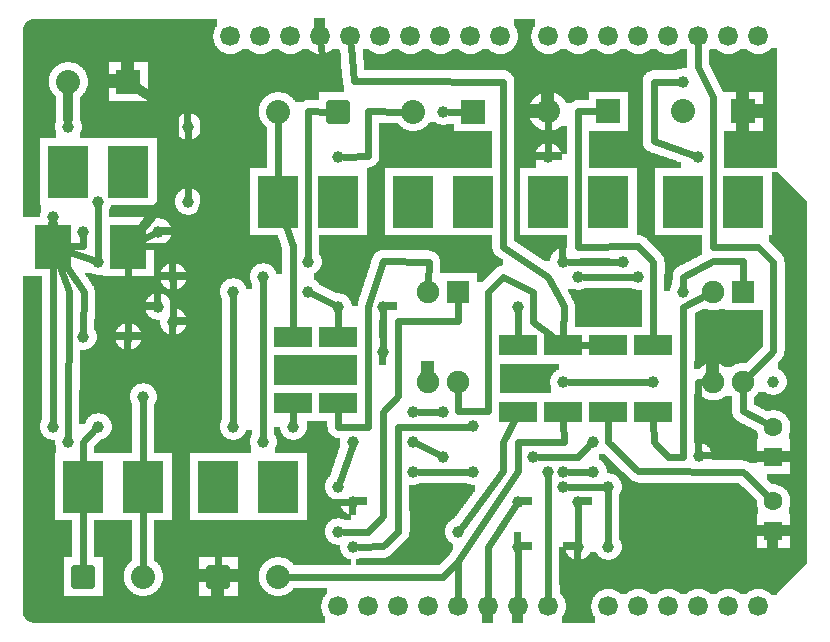
<source format=gtl>
G04 MADE WITH FRITZING*
G04 WWW.FRITZING.ORG*
G04 DOUBLE SIDED*
G04 HOLES PLATED*
G04 CONTOUR ON CENTER OF CONTOUR VECTOR*
%ASAXBY*%
%FSLAX23Y23*%
%MOIN*%
%OFA0B0*%
%SFA1.0B1.0*%
%ADD10C,0.075000*%
%ADD11C,0.039370*%
%ADD12C,0.066194*%
%ADD13C,0.066222*%
%ADD14C,0.080000*%
%ADD15C,0.062992*%
%ADD16R,0.137513X0.173810*%
%ADD17R,0.120543X0.148650*%
%ADD18R,0.080000X0.080000*%
%ADD19R,0.075000X0.075000*%
%ADD20R,0.062992X0.062992*%
%ADD21R,0.125984X0.070866*%
%ADD22C,0.024000*%
%ADD23C,0.032000*%
%ADD24C,0.020000*%
%LNCOPPER1*%
G90*
G70*
G54D10*
X2429Y1868D03*
X1992Y1631D03*
X1507Y1263D03*
X131Y2006D03*
X1959Y1099D03*
X2357Y1022D03*
X961Y892D03*
X1708Y863D03*
X2355Y721D03*
X1401Y442D03*
X2595Y1439D03*
G54D11*
X1702Y452D03*
X1252Y952D03*
X1252Y1102D03*
X1452Y1752D03*
X302Y1452D03*
X302Y1252D03*
X552Y1202D03*
X552Y1052D03*
X602Y1452D03*
X602Y1702D03*
X202Y1702D03*
X152Y1402D03*
X502Y1352D03*
X1502Y352D03*
X1552Y703D03*
X1802Y552D03*
X502Y1102D03*
X1802Y1602D03*
X402Y1002D03*
X252Y1352D03*
X1702Y302D03*
X1902Y302D03*
X1902Y452D03*
G54D12*
X2102Y103D03*
X2202Y103D03*
X2302Y103D03*
X2402Y103D03*
X2502Y103D03*
G54D13*
X1642Y2003D03*
X1542Y2003D03*
X1442Y2003D03*
X1342Y2003D03*
X1242Y2003D03*
X1142Y2003D03*
X1042Y2003D03*
X942Y2003D03*
X842Y2003D03*
X742Y2003D03*
X2502Y2003D03*
X2402Y2003D03*
X2302Y2003D03*
X2202Y2003D03*
X2102Y2003D03*
X2002Y2003D03*
X1902Y2003D03*
X1802Y2003D03*
G54D12*
X1202Y103D03*
X1102Y103D03*
X1302Y103D03*
X1402Y103D03*
X1502Y103D03*
X1602Y103D03*
X1702Y103D03*
X1802Y103D03*
X2002Y103D03*
G54D14*
X2452Y1753D03*
X2252Y1753D03*
X1552Y1752D03*
X1352Y1752D03*
X2002Y1753D03*
X1802Y1753D03*
X402Y1852D03*
X202Y1852D03*
G54D10*
X1502Y1152D03*
X1502Y852D03*
X1402Y1152D03*
X1402Y852D03*
G54D15*
X2552Y354D03*
X2552Y453D03*
G54D11*
X1702Y1102D03*
X1852Y851D03*
X2152Y852D03*
X252Y1002D03*
X2252Y1152D03*
X2303Y603D03*
X2552Y852D03*
G54D10*
X2452Y1152D03*
X2452Y852D03*
X2352Y1152D03*
X2352Y852D03*
G54D15*
X2552Y602D03*
X2552Y701D03*
G54D14*
X1102Y1752D03*
X902Y1752D03*
G54D11*
X1102Y1602D03*
X1102Y1102D03*
X952Y702D03*
X1002Y1252D03*
X852Y1202D03*
X852Y652D03*
X2002Y302D03*
X2002Y502D03*
X1852Y502D03*
X1552Y552D03*
X1352Y552D03*
G54D14*
X252Y202D03*
X452Y202D03*
X702Y202D03*
X902Y202D03*
G54D11*
X1002Y1152D03*
X752Y1152D03*
X752Y702D03*
X152Y702D03*
X202Y652D03*
X1102Y352D03*
X1152Y302D03*
X1152Y452D03*
X2252Y1852D03*
X2302Y1602D03*
X1852Y1252D03*
X2102Y1202D03*
X2052Y1252D03*
X1902Y1202D03*
X1952Y652D03*
X1952Y552D03*
X1752Y602D03*
X1452Y602D03*
X1352Y652D03*
X1152Y652D03*
X1102Y502D03*
X302Y702D03*
X1852Y552D03*
X1452Y752D03*
X1352Y752D03*
X452Y802D03*
G54D16*
X202Y1552D03*
X402Y1552D03*
X1352Y1452D03*
X452Y502D03*
X702Y502D03*
X902Y502D03*
X252Y502D03*
X1102Y1452D03*
X902Y1452D03*
X1552Y1452D03*
X1802Y1452D03*
X2002Y1452D03*
X2252Y1452D03*
X2452Y1452D03*
G54D17*
X402Y1302D03*
X152Y1302D03*
G54D18*
X2452Y1753D03*
X1552Y1752D03*
X2002Y1753D03*
X402Y1852D03*
G54D19*
X1502Y1152D03*
G54D20*
X2552Y354D03*
G54D21*
X1852Y973D03*
X1852Y752D03*
X1702Y973D03*
X1702Y752D03*
X2152Y973D03*
X2152Y752D03*
X2002Y973D03*
X2002Y752D03*
X1102Y1002D03*
X1102Y782D03*
X952Y1002D03*
X952Y782D03*
G54D19*
X2452Y1152D03*
G54D20*
X2552Y602D03*
G54D22*
X1252Y1083D02*
X1252Y971D01*
D02*
X402Y1233D02*
X402Y1021D01*
D02*
X1601Y301D02*
X1602Y133D01*
D02*
X1691Y436D02*
X1601Y301D01*
D02*
X2252Y602D02*
X2252Y1102D01*
D02*
X2153Y651D02*
X2202Y602D01*
D02*
X2202Y602D02*
X2252Y602D01*
D02*
X2252Y1102D02*
X2326Y1139D01*
D02*
X2152Y722D02*
X2153Y651D01*
D02*
X2152Y1003D02*
X2152Y1251D01*
D02*
X2152Y1251D02*
X2102Y1303D01*
D02*
X206Y1284D02*
X284Y1258D01*
D02*
X302Y1271D02*
X302Y1433D01*
D02*
X1471Y1752D02*
X1521Y1752D01*
D02*
X2133Y852D02*
X1871Y851D01*
D02*
X253Y1152D02*
X252Y1021D01*
D02*
X198Y1233D02*
X253Y1152D01*
G54D23*
D02*
X152Y1371D02*
X152Y1378D01*
D02*
X202Y1727D02*
X202Y1816D01*
G54D22*
D02*
X602Y1683D02*
X602Y1471D01*
D02*
X552Y1183D02*
X552Y1071D01*
D02*
X2301Y1901D02*
X2302Y1972D01*
D02*
X2351Y1301D02*
X2351Y1603D01*
D02*
X2351Y1603D02*
X2351Y1802D01*
D02*
X2351Y1802D02*
X2301Y1901D01*
D02*
X1702Y1083D02*
X1702Y1003D01*
D02*
X1651Y553D02*
X1513Y367D01*
D02*
X1651Y652D02*
X1651Y553D01*
D02*
X1687Y722D02*
X1651Y652D01*
D02*
X2252Y1202D02*
X2252Y1171D01*
D02*
X2451Y1253D02*
X2351Y1253D01*
D02*
X2351Y1253D02*
X2252Y1202D01*
D02*
X2451Y1181D02*
X2451Y1253D01*
D02*
X456Y1330D02*
X485Y1344D01*
D02*
X2451Y753D02*
X2451Y824D01*
D02*
X2528Y713D02*
X2451Y753D01*
D02*
X2301Y851D02*
X2323Y852D01*
D02*
X2302Y622D02*
X2301Y851D01*
D02*
X2502Y1301D02*
X2552Y1252D01*
D02*
X2552Y953D02*
X2472Y872D01*
D02*
X2552Y1252D02*
X2552Y953D01*
D02*
X2351Y1301D02*
X2502Y1301D01*
D02*
X1801Y404D02*
X1802Y533D01*
D02*
X1802Y133D02*
X1801Y404D01*
D02*
X152Y1101D02*
X152Y721D01*
D02*
X1302Y352D02*
X1301Y701D01*
D02*
X1802Y1721D02*
X1802Y1621D01*
D02*
X1301Y701D02*
X1533Y702D01*
D02*
X650Y1451D02*
X603Y1303D01*
D02*
X502Y1303D02*
X456Y1303D01*
D02*
X603Y1303D02*
X502Y1303D01*
D02*
X701Y1852D02*
X650Y1802D01*
D02*
X650Y1802D02*
X650Y1703D01*
D02*
X650Y1703D02*
X650Y1451D01*
D02*
X1001Y1852D02*
X701Y1852D01*
D02*
X1051Y1902D02*
X1001Y1852D01*
D02*
X1045Y1972D02*
X1051Y1902D01*
D02*
X1302Y803D02*
X1252Y752D01*
D02*
X1251Y403D02*
X1202Y352D01*
D02*
X1302Y1053D02*
X1302Y803D01*
D02*
X1202Y352D02*
X1121Y352D01*
D02*
X1252Y752D02*
X1251Y403D01*
D02*
X1502Y1053D02*
X1302Y1053D01*
D02*
X203Y1153D02*
X175Y1233D01*
D02*
X1252Y303D02*
X1302Y352D01*
D02*
X1171Y302D02*
X1252Y303D01*
D02*
X152Y1233D02*
X152Y1101D01*
D02*
X202Y671D02*
X203Y1153D01*
D02*
X1502Y1124D02*
X1502Y1053D01*
G54D23*
D02*
X553Y1751D02*
X432Y1832D01*
D02*
X553Y1501D02*
X553Y1751D01*
D02*
X454Y1371D02*
X553Y1501D01*
G54D22*
D02*
X251Y1303D02*
X252Y1333D01*
D02*
X206Y1303D02*
X251Y1303D01*
D02*
X1202Y1753D02*
X1321Y1752D01*
D02*
X1201Y1603D02*
X1202Y1753D01*
D02*
X1121Y1602D02*
X1201Y1603D01*
D02*
X1902Y433D02*
X1902Y321D01*
D02*
X1702Y283D02*
X1702Y133D01*
D02*
X2452Y551D02*
X2533Y471D01*
D02*
X2101Y553D02*
X2452Y551D01*
D02*
X2001Y651D02*
X2101Y553D01*
D02*
X2001Y722D02*
X2001Y651D01*
D02*
X1502Y253D02*
X1502Y133D01*
D02*
X1853Y652D02*
X1702Y652D01*
D02*
X1702Y652D02*
X1701Y553D01*
D02*
X1701Y553D02*
X1502Y253D01*
D02*
X1852Y722D02*
X1853Y652D01*
D02*
X1202Y702D02*
X1102Y702D01*
D02*
X1102Y702D02*
X1102Y752D01*
D02*
X1202Y1102D02*
X1202Y702D01*
D02*
X1251Y1253D02*
X1202Y1102D01*
D02*
X1403Y1252D02*
X1251Y1253D01*
D02*
X1402Y1181D02*
X1403Y1252D01*
D02*
X1944Y973D02*
X1909Y973D01*
D02*
X1751Y1052D02*
X1814Y1003D01*
D02*
X1751Y1152D02*
X1751Y1052D01*
D02*
X1651Y1202D02*
X1751Y1152D01*
D02*
X1602Y1152D02*
X1651Y1202D01*
D02*
X1602Y753D02*
X1602Y1152D01*
D02*
X1502Y753D02*
X1602Y753D01*
D02*
X1502Y824D02*
X1502Y753D01*
D02*
X1153Y1853D02*
X1301Y1853D01*
D02*
X1144Y1972D02*
X1153Y1853D01*
D02*
X1301Y1853D02*
X1651Y1852D01*
D02*
X1651Y1852D02*
X1651Y1603D01*
D02*
X1853Y1103D02*
X1852Y1003D01*
D02*
X1651Y1301D02*
X1801Y1202D01*
D02*
X1801Y1202D02*
X1853Y1103D01*
D02*
X1651Y1603D02*
X1651Y1301D01*
D02*
X1102Y1032D02*
X1102Y1083D01*
D02*
X952Y752D02*
X952Y721D01*
D02*
X902Y1534D02*
X902Y1721D01*
D02*
X951Y1303D02*
X929Y1371D01*
D02*
X952Y1032D02*
X951Y1303D01*
D02*
X1002Y1271D02*
X1001Y1753D01*
D02*
X1001Y1753D02*
X1071Y1752D01*
D02*
X852Y671D02*
X852Y1183D01*
D02*
X2002Y483D02*
X2002Y321D01*
D02*
X1871Y502D02*
X1983Y502D01*
D02*
X1371Y552D02*
X1533Y552D01*
D02*
X1085Y1111D02*
X1019Y1144D01*
D02*
X752Y721D02*
X752Y1133D01*
D02*
X1451Y202D02*
X933Y202D01*
D02*
X1502Y253D02*
X1451Y202D01*
D02*
X701Y302D02*
X701Y233D01*
D02*
X952Y302D02*
X701Y302D01*
D02*
X1133Y452D02*
X1052Y452D01*
D02*
X1052Y452D02*
X952Y302D01*
D02*
X2153Y1653D02*
X2153Y1852D01*
D02*
X2284Y1608D02*
X2153Y1653D01*
D02*
X2153Y1852D02*
X2233Y1852D01*
D02*
X1902Y1302D02*
X1902Y1753D01*
D02*
X1902Y1753D02*
X1971Y1753D01*
D02*
X2102Y1303D02*
X1902Y1302D01*
D02*
X2033Y1252D02*
X1871Y1252D01*
D02*
X2083Y1202D02*
X1921Y1202D01*
D02*
X1771Y602D02*
X1902Y602D01*
D02*
X1902Y602D02*
X1938Y639D01*
D02*
X1435Y611D02*
X1369Y644D01*
D02*
X1108Y520D02*
X1146Y634D01*
D02*
X252Y652D02*
X288Y689D01*
D02*
X252Y584D02*
X252Y652D01*
D02*
X252Y233D02*
X252Y421D01*
D02*
X1933Y552D02*
X1871Y552D01*
D02*
X1371Y752D02*
X1433Y752D01*
D02*
X452Y584D02*
X452Y783D01*
D02*
X452Y233D02*
X452Y421D01*
G36*
X2544Y1963D02*
X2544Y1961D01*
X2542Y1961D01*
X2542Y1959D01*
X2540Y1959D01*
X2540Y1957D01*
X2538Y1957D01*
X2538Y1955D01*
X2534Y1955D01*
X2534Y1953D01*
X2532Y1953D01*
X2532Y1951D01*
X2528Y1951D01*
X2528Y1949D01*
X2524Y1949D01*
X2524Y1947D01*
X2516Y1947D01*
X2516Y1945D01*
X2564Y1945D01*
X2564Y1963D01*
X2544Y1963D01*
G37*
D02*
G36*
X2342Y1961D02*
X2342Y1959D01*
X2340Y1959D01*
X2340Y1957D01*
X2338Y1957D01*
X2338Y1945D01*
X2388Y1945D01*
X2388Y1947D01*
X2382Y1947D01*
X2382Y1949D01*
X2376Y1949D01*
X2376Y1951D01*
X2374Y1951D01*
X2374Y1953D01*
X2370Y1953D01*
X2370Y1955D01*
X2368Y1955D01*
X2368Y1957D01*
X2364Y1957D01*
X2364Y1959D01*
X2362Y1959D01*
X2362Y1961D01*
X2342Y1961D01*
G37*
D02*
G36*
X2442Y1961D02*
X2442Y1959D01*
X2440Y1959D01*
X2440Y1957D01*
X2438Y1957D01*
X2438Y1955D01*
X2434Y1955D01*
X2434Y1953D01*
X2432Y1953D01*
X2432Y1951D01*
X2428Y1951D01*
X2428Y1949D01*
X2424Y1949D01*
X2424Y1947D01*
X2416Y1947D01*
X2416Y1945D01*
X2488Y1945D01*
X2488Y1947D01*
X2482Y1947D01*
X2482Y1949D01*
X2476Y1949D01*
X2476Y1951D01*
X2474Y1951D01*
X2474Y1953D01*
X2470Y1953D01*
X2470Y1955D01*
X2468Y1955D01*
X2468Y1957D01*
X2464Y1957D01*
X2464Y1959D01*
X2462Y1959D01*
X2462Y1961D01*
X2442Y1961D01*
G37*
D02*
G36*
X2338Y1945D02*
X2338Y1943D01*
X2564Y1943D01*
X2564Y1945D01*
X2338Y1945D01*
G37*
D02*
G36*
X2338Y1945D02*
X2338Y1943D01*
X2564Y1943D01*
X2564Y1945D01*
X2338Y1945D01*
G37*
D02*
G36*
X2338Y1945D02*
X2338Y1943D01*
X2564Y1943D01*
X2564Y1945D01*
X2338Y1945D01*
G37*
D02*
G36*
X2338Y1943D02*
X2338Y1907D01*
X2340Y1907D01*
X2340Y1903D01*
X2342Y1903D01*
X2342Y1899D01*
X2344Y1899D01*
X2344Y1895D01*
X2346Y1895D01*
X2346Y1891D01*
X2348Y1891D01*
X2348Y1887D01*
X2350Y1887D01*
X2350Y1883D01*
X2352Y1883D01*
X2352Y1879D01*
X2354Y1879D01*
X2354Y1875D01*
X2356Y1875D01*
X2356Y1871D01*
X2358Y1871D01*
X2358Y1867D01*
X2360Y1867D01*
X2360Y1863D01*
X2362Y1863D01*
X2362Y1859D01*
X2364Y1859D01*
X2364Y1855D01*
X2366Y1855D01*
X2366Y1851D01*
X2368Y1851D01*
X2368Y1847D01*
X2370Y1847D01*
X2370Y1843D01*
X2372Y1843D01*
X2372Y1839D01*
X2374Y1839D01*
X2374Y1835D01*
X2376Y1835D01*
X2376Y1831D01*
X2378Y1831D01*
X2378Y1827D01*
X2380Y1827D01*
X2380Y1823D01*
X2382Y1823D01*
X2382Y1819D01*
X2384Y1819D01*
X2384Y1817D01*
X2518Y1817D01*
X2518Y1687D01*
X2388Y1687D01*
X2388Y1563D01*
X2564Y1563D01*
X2564Y1943D01*
X2338Y1943D01*
G37*
D02*
G36*
X1686Y2059D02*
X1686Y2039D01*
X1688Y2039D01*
X1688Y2037D01*
X1690Y2037D01*
X1690Y2033D01*
X1692Y2033D01*
X1692Y2029D01*
X1694Y2029D01*
X1694Y2027D01*
X1696Y2027D01*
X1696Y2021D01*
X1698Y2021D01*
X1698Y2013D01*
X1700Y2013D01*
X1700Y1991D01*
X1698Y1991D01*
X1698Y1983D01*
X1696Y1983D01*
X1696Y1979D01*
X1694Y1979D01*
X1694Y1975D01*
X1692Y1975D01*
X1692Y1971D01*
X1690Y1971D01*
X1690Y1969D01*
X1688Y1969D01*
X1688Y1965D01*
X1686Y1965D01*
X1686Y1963D01*
X1684Y1963D01*
X1684Y1961D01*
X1682Y1961D01*
X1682Y1959D01*
X1680Y1959D01*
X1680Y1957D01*
X1676Y1957D01*
X1676Y1955D01*
X1674Y1955D01*
X1674Y1953D01*
X1672Y1953D01*
X1672Y1951D01*
X1668Y1951D01*
X1668Y1949D01*
X1664Y1949D01*
X1664Y1947D01*
X1656Y1947D01*
X1656Y1945D01*
X1788Y1945D01*
X1788Y1947D01*
X1782Y1947D01*
X1782Y1949D01*
X1776Y1949D01*
X1776Y1951D01*
X1774Y1951D01*
X1774Y1953D01*
X1770Y1953D01*
X1770Y1955D01*
X1768Y1955D01*
X1768Y1957D01*
X1764Y1957D01*
X1764Y1959D01*
X1762Y1959D01*
X1762Y1961D01*
X1760Y1961D01*
X1760Y1963D01*
X1758Y1963D01*
X1758Y1967D01*
X1756Y1967D01*
X1756Y1969D01*
X1754Y1969D01*
X1754Y1971D01*
X1752Y1971D01*
X1752Y1975D01*
X1750Y1975D01*
X1750Y1979D01*
X1748Y1979D01*
X1748Y1985D01*
X1746Y1985D01*
X1746Y1993D01*
X1744Y1993D01*
X1744Y2011D01*
X1746Y2011D01*
X1746Y2021D01*
X1748Y2021D01*
X1748Y2025D01*
X1750Y2025D01*
X1750Y2029D01*
X1752Y2029D01*
X1752Y2033D01*
X1754Y2033D01*
X1754Y2035D01*
X1756Y2035D01*
X1756Y2039D01*
X1758Y2039D01*
X1758Y2059D01*
X1686Y2059D01*
G37*
D02*
G36*
X1282Y1961D02*
X1282Y1959D01*
X1280Y1959D01*
X1280Y1957D01*
X1278Y1957D01*
X1278Y1955D01*
X1274Y1955D01*
X1274Y1953D01*
X1272Y1953D01*
X1272Y1951D01*
X1268Y1951D01*
X1268Y1949D01*
X1264Y1949D01*
X1264Y1947D01*
X1256Y1947D01*
X1256Y1945D01*
X1328Y1945D01*
X1328Y1947D01*
X1322Y1947D01*
X1322Y1949D01*
X1316Y1949D01*
X1316Y1951D01*
X1314Y1951D01*
X1314Y1953D01*
X1310Y1953D01*
X1310Y1955D01*
X1308Y1955D01*
X1308Y1957D01*
X1304Y1957D01*
X1304Y1959D01*
X1302Y1959D01*
X1302Y1961D01*
X1282Y1961D01*
G37*
D02*
G36*
X1382Y1961D02*
X1382Y1959D01*
X1380Y1959D01*
X1380Y1957D01*
X1378Y1957D01*
X1378Y1955D01*
X1374Y1955D01*
X1374Y1953D01*
X1372Y1953D01*
X1372Y1951D01*
X1368Y1951D01*
X1368Y1949D01*
X1364Y1949D01*
X1364Y1947D01*
X1356Y1947D01*
X1356Y1945D01*
X1428Y1945D01*
X1428Y1947D01*
X1422Y1947D01*
X1422Y1949D01*
X1416Y1949D01*
X1416Y1951D01*
X1414Y1951D01*
X1414Y1953D01*
X1410Y1953D01*
X1410Y1955D01*
X1408Y1955D01*
X1408Y1957D01*
X1404Y1957D01*
X1404Y1959D01*
X1402Y1959D01*
X1402Y1961D01*
X1382Y1961D01*
G37*
D02*
G36*
X1482Y1961D02*
X1482Y1959D01*
X1480Y1959D01*
X1480Y1957D01*
X1478Y1957D01*
X1478Y1955D01*
X1474Y1955D01*
X1474Y1953D01*
X1472Y1953D01*
X1472Y1951D01*
X1468Y1951D01*
X1468Y1949D01*
X1464Y1949D01*
X1464Y1947D01*
X1456Y1947D01*
X1456Y1945D01*
X1528Y1945D01*
X1528Y1947D01*
X1522Y1947D01*
X1522Y1949D01*
X1516Y1949D01*
X1516Y1951D01*
X1514Y1951D01*
X1514Y1953D01*
X1510Y1953D01*
X1510Y1955D01*
X1508Y1955D01*
X1508Y1957D01*
X1504Y1957D01*
X1504Y1959D01*
X1502Y1959D01*
X1502Y1961D01*
X1482Y1961D01*
G37*
D02*
G36*
X1582Y1961D02*
X1582Y1959D01*
X1580Y1959D01*
X1580Y1957D01*
X1578Y1957D01*
X1578Y1955D01*
X1574Y1955D01*
X1574Y1953D01*
X1572Y1953D01*
X1572Y1951D01*
X1568Y1951D01*
X1568Y1949D01*
X1564Y1949D01*
X1564Y1947D01*
X1556Y1947D01*
X1556Y1945D01*
X1628Y1945D01*
X1628Y1947D01*
X1622Y1947D01*
X1622Y1949D01*
X1616Y1949D01*
X1616Y1951D01*
X1612Y1951D01*
X1612Y1953D01*
X1610Y1953D01*
X1610Y1955D01*
X1608Y1955D01*
X1608Y1957D01*
X1604Y1957D01*
X1604Y1959D01*
X1602Y1959D01*
X1602Y1961D01*
X1582Y1961D01*
G37*
D02*
G36*
X1842Y1961D02*
X1842Y1959D01*
X1840Y1959D01*
X1840Y1957D01*
X1838Y1957D01*
X1838Y1955D01*
X1834Y1955D01*
X1834Y1953D01*
X1832Y1953D01*
X1832Y1951D01*
X1828Y1951D01*
X1828Y1949D01*
X1824Y1949D01*
X1824Y1947D01*
X1816Y1947D01*
X1816Y1945D01*
X1888Y1945D01*
X1888Y1947D01*
X1882Y1947D01*
X1882Y1949D01*
X1876Y1949D01*
X1876Y1951D01*
X1874Y1951D01*
X1874Y1953D01*
X1870Y1953D01*
X1870Y1955D01*
X1868Y1955D01*
X1868Y1957D01*
X1864Y1957D01*
X1864Y1959D01*
X1862Y1959D01*
X1862Y1961D01*
X1842Y1961D01*
G37*
D02*
G36*
X1942Y1961D02*
X1942Y1959D01*
X1940Y1959D01*
X1940Y1957D01*
X1938Y1957D01*
X1938Y1955D01*
X1934Y1955D01*
X1934Y1953D01*
X1932Y1953D01*
X1932Y1951D01*
X1928Y1951D01*
X1928Y1949D01*
X1924Y1949D01*
X1924Y1947D01*
X1916Y1947D01*
X1916Y1945D01*
X1988Y1945D01*
X1988Y1947D01*
X1982Y1947D01*
X1982Y1949D01*
X1976Y1949D01*
X1976Y1951D01*
X1974Y1951D01*
X1974Y1953D01*
X1970Y1953D01*
X1970Y1955D01*
X1968Y1955D01*
X1968Y1957D01*
X1964Y1957D01*
X1964Y1959D01*
X1962Y1959D01*
X1962Y1961D01*
X1942Y1961D01*
G37*
D02*
G36*
X2042Y1961D02*
X2042Y1959D01*
X2040Y1959D01*
X2040Y1957D01*
X2038Y1957D01*
X2038Y1955D01*
X2034Y1955D01*
X2034Y1953D01*
X2032Y1953D01*
X2032Y1951D01*
X2028Y1951D01*
X2028Y1949D01*
X2024Y1949D01*
X2024Y1947D01*
X2016Y1947D01*
X2016Y1945D01*
X2088Y1945D01*
X2088Y1947D01*
X2082Y1947D01*
X2082Y1949D01*
X2076Y1949D01*
X2076Y1951D01*
X2074Y1951D01*
X2074Y1953D01*
X2070Y1953D01*
X2070Y1955D01*
X2068Y1955D01*
X2068Y1957D01*
X2064Y1957D01*
X2064Y1959D01*
X2062Y1959D01*
X2062Y1961D01*
X2042Y1961D01*
G37*
D02*
G36*
X2142Y1961D02*
X2142Y1959D01*
X2140Y1959D01*
X2140Y1957D01*
X2138Y1957D01*
X2138Y1955D01*
X2134Y1955D01*
X2134Y1953D01*
X2132Y1953D01*
X2132Y1951D01*
X2128Y1951D01*
X2128Y1949D01*
X2124Y1949D01*
X2124Y1947D01*
X2116Y1947D01*
X2116Y1945D01*
X2188Y1945D01*
X2188Y1947D01*
X2182Y1947D01*
X2182Y1949D01*
X2176Y1949D01*
X2176Y1951D01*
X2172Y1951D01*
X2172Y1953D01*
X2170Y1953D01*
X2170Y1955D01*
X2168Y1955D01*
X2168Y1957D01*
X2164Y1957D01*
X2164Y1959D01*
X2162Y1959D01*
X2162Y1961D01*
X2142Y1961D01*
G37*
D02*
G36*
X2242Y1961D02*
X2242Y1959D01*
X2240Y1959D01*
X2240Y1957D01*
X2236Y1957D01*
X2236Y1955D01*
X2234Y1955D01*
X2234Y1953D01*
X2232Y1953D01*
X2232Y1951D01*
X2228Y1951D01*
X2228Y1949D01*
X2224Y1949D01*
X2224Y1947D01*
X2216Y1947D01*
X2216Y1945D01*
X2264Y1945D01*
X2264Y1959D01*
X2262Y1959D01*
X2262Y1961D01*
X2242Y1961D01*
G37*
D02*
G36*
X1184Y1959D02*
X1184Y1945D01*
X1228Y1945D01*
X1228Y1947D01*
X1222Y1947D01*
X1222Y1949D01*
X1216Y1949D01*
X1216Y1951D01*
X1214Y1951D01*
X1214Y1953D01*
X1210Y1953D01*
X1210Y1955D01*
X1208Y1955D01*
X1208Y1957D01*
X1204Y1957D01*
X1204Y1959D01*
X1184Y1959D01*
G37*
D02*
G36*
X1184Y1945D02*
X1184Y1943D01*
X2264Y1943D01*
X2264Y1945D01*
X1184Y1945D01*
G37*
D02*
G36*
X1184Y1945D02*
X1184Y1943D01*
X2264Y1943D01*
X2264Y1945D01*
X1184Y1945D01*
G37*
D02*
G36*
X1184Y1945D02*
X1184Y1943D01*
X2264Y1943D01*
X2264Y1945D01*
X1184Y1945D01*
G37*
D02*
G36*
X1184Y1945D02*
X1184Y1943D01*
X2264Y1943D01*
X2264Y1945D01*
X1184Y1945D01*
G37*
D02*
G36*
X1184Y1945D02*
X1184Y1943D01*
X2264Y1943D01*
X2264Y1945D01*
X1184Y1945D01*
G37*
D02*
G36*
X1184Y1945D02*
X1184Y1943D01*
X2264Y1943D01*
X2264Y1945D01*
X1184Y1945D01*
G37*
D02*
G36*
X1184Y1945D02*
X1184Y1943D01*
X2264Y1943D01*
X2264Y1945D01*
X1184Y1945D01*
G37*
D02*
G36*
X1184Y1945D02*
X1184Y1943D01*
X2264Y1943D01*
X2264Y1945D01*
X1184Y1945D01*
G37*
D02*
G36*
X1184Y1945D02*
X1184Y1943D01*
X2264Y1943D01*
X2264Y1945D01*
X1184Y1945D01*
G37*
D02*
G36*
X1184Y1945D02*
X1184Y1943D01*
X2264Y1943D01*
X2264Y1945D01*
X1184Y1945D01*
G37*
D02*
G36*
X1184Y1945D02*
X1184Y1943D01*
X2264Y1943D01*
X2264Y1945D01*
X1184Y1945D01*
G37*
D02*
G36*
X1184Y1943D02*
X1184Y1923D01*
X1186Y1923D01*
X1186Y1897D01*
X1188Y1897D01*
X1188Y1889D01*
X1660Y1889D01*
X1660Y1887D01*
X1666Y1887D01*
X1666Y1885D01*
X1670Y1885D01*
X1670Y1883D01*
X1672Y1883D01*
X1672Y1881D01*
X1674Y1881D01*
X1674Y1879D01*
X1678Y1879D01*
X1678Y1875D01*
X1680Y1875D01*
X1680Y1873D01*
X1682Y1873D01*
X1682Y1871D01*
X1684Y1871D01*
X1684Y1867D01*
X1686Y1867D01*
X1686Y1861D01*
X1688Y1861D01*
X1688Y1817D01*
X2068Y1817D01*
X2068Y1687D01*
X1938Y1687D01*
X1938Y1563D01*
X2096Y1563D01*
X2096Y1339D01*
X2112Y1339D01*
X2112Y1337D01*
X2118Y1337D01*
X2118Y1335D01*
X2122Y1335D01*
X2122Y1333D01*
X2124Y1333D01*
X2124Y1331D01*
X2126Y1331D01*
X2126Y1329D01*
X2130Y1329D01*
X2130Y1327D01*
X2132Y1327D01*
X2132Y1325D01*
X2134Y1325D01*
X2134Y1321D01*
X2136Y1321D01*
X2136Y1319D01*
X2138Y1319D01*
X2138Y1317D01*
X2140Y1317D01*
X2140Y1315D01*
X2142Y1315D01*
X2142Y1313D01*
X2144Y1313D01*
X2144Y1311D01*
X2146Y1311D01*
X2146Y1309D01*
X2148Y1309D01*
X2148Y1307D01*
X2150Y1307D01*
X2150Y1305D01*
X2152Y1305D01*
X2152Y1303D01*
X2154Y1303D01*
X2154Y1301D01*
X2156Y1301D01*
X2156Y1299D01*
X2158Y1299D01*
X2158Y1297D01*
X2160Y1297D01*
X2160Y1295D01*
X2162Y1295D01*
X2162Y1293D01*
X2164Y1293D01*
X2164Y1291D01*
X2166Y1291D01*
X2166Y1289D01*
X2168Y1289D01*
X2168Y1287D01*
X2170Y1287D01*
X2170Y1285D01*
X2172Y1285D01*
X2172Y1283D01*
X2174Y1283D01*
X2174Y1281D01*
X2176Y1281D01*
X2176Y1279D01*
X2178Y1279D01*
X2178Y1275D01*
X2180Y1275D01*
X2180Y1273D01*
X2182Y1273D01*
X2182Y1271D01*
X2184Y1271D01*
X2184Y1267D01*
X2186Y1267D01*
X2186Y1263D01*
X2188Y1263D01*
X2188Y1251D01*
X2190Y1251D01*
X2190Y1209D01*
X2188Y1209D01*
X2188Y1153D01*
X2208Y1153D01*
X2208Y1165D01*
X2210Y1165D01*
X2210Y1171D01*
X2212Y1171D01*
X2212Y1173D01*
X2214Y1173D01*
X2214Y1191D01*
X2216Y1191D01*
X2216Y1213D01*
X2218Y1213D01*
X2218Y1217D01*
X2220Y1217D01*
X2220Y1221D01*
X2222Y1221D01*
X2222Y1225D01*
X2224Y1225D01*
X2224Y1227D01*
X2226Y1227D01*
X2226Y1229D01*
X2228Y1229D01*
X2228Y1231D01*
X2232Y1231D01*
X2232Y1233D01*
X2234Y1233D01*
X2234Y1235D01*
X2238Y1235D01*
X2238Y1237D01*
X2242Y1237D01*
X2242Y1239D01*
X2246Y1239D01*
X2246Y1241D01*
X2250Y1241D01*
X2250Y1243D01*
X2254Y1243D01*
X2254Y1245D01*
X2258Y1245D01*
X2258Y1247D01*
X2262Y1247D01*
X2262Y1249D01*
X2266Y1249D01*
X2266Y1251D01*
X2270Y1251D01*
X2270Y1253D01*
X2272Y1253D01*
X2272Y1255D01*
X2276Y1255D01*
X2276Y1257D01*
X2280Y1257D01*
X2280Y1259D01*
X2284Y1259D01*
X2284Y1261D01*
X2288Y1261D01*
X2288Y1263D01*
X2292Y1263D01*
X2292Y1265D01*
X2296Y1265D01*
X2296Y1267D01*
X2300Y1267D01*
X2300Y1269D01*
X2304Y1269D01*
X2304Y1271D01*
X2308Y1271D01*
X2308Y1273D01*
X2312Y1273D01*
X2312Y1275D01*
X2314Y1275D01*
X2314Y1339D01*
X2158Y1339D01*
X2158Y1563D01*
X2244Y1563D01*
X2244Y1583D01*
X2238Y1583D01*
X2238Y1585D01*
X2232Y1585D01*
X2232Y1587D01*
X2228Y1587D01*
X2228Y1589D01*
X2222Y1589D01*
X2222Y1591D01*
X2216Y1591D01*
X2216Y1593D01*
X2210Y1593D01*
X2210Y1595D01*
X2204Y1595D01*
X2204Y1597D01*
X2198Y1597D01*
X2198Y1599D01*
X2192Y1599D01*
X2192Y1601D01*
X2186Y1601D01*
X2186Y1603D01*
X2180Y1603D01*
X2180Y1605D01*
X2174Y1605D01*
X2174Y1607D01*
X2168Y1607D01*
X2168Y1609D01*
X2162Y1609D01*
X2162Y1611D01*
X2156Y1611D01*
X2156Y1613D01*
X2150Y1613D01*
X2150Y1615D01*
X2144Y1615D01*
X2144Y1617D01*
X2140Y1617D01*
X2140Y1619D01*
X2134Y1619D01*
X2134Y1621D01*
X2132Y1621D01*
X2132Y1623D01*
X2128Y1623D01*
X2128Y1625D01*
X2126Y1625D01*
X2126Y1627D01*
X2124Y1627D01*
X2124Y1631D01*
X2122Y1631D01*
X2122Y1633D01*
X2120Y1633D01*
X2120Y1637D01*
X2118Y1637D01*
X2118Y1643D01*
X2116Y1643D01*
X2116Y1861D01*
X2118Y1861D01*
X2118Y1867D01*
X2120Y1867D01*
X2120Y1871D01*
X2122Y1871D01*
X2122Y1873D01*
X2124Y1873D01*
X2124Y1875D01*
X2126Y1875D01*
X2126Y1879D01*
X2130Y1879D01*
X2130Y1881D01*
X2132Y1881D01*
X2132Y1883D01*
X2136Y1883D01*
X2136Y1885D01*
X2140Y1885D01*
X2140Y1887D01*
X2148Y1887D01*
X2148Y1889D01*
X2230Y1889D01*
X2230Y1891D01*
X2232Y1891D01*
X2232Y1893D01*
X2238Y1893D01*
X2238Y1895D01*
X2246Y1895D01*
X2246Y1897D01*
X2264Y1897D01*
X2264Y1943D01*
X1184Y1943D01*
G37*
D02*
G36*
X1688Y1817D02*
X1688Y1687D01*
X1792Y1687D01*
X1792Y1689D01*
X1784Y1689D01*
X1784Y1691D01*
X1778Y1691D01*
X1778Y1693D01*
X1774Y1693D01*
X1774Y1695D01*
X1770Y1695D01*
X1770Y1697D01*
X1766Y1697D01*
X1766Y1699D01*
X1764Y1699D01*
X1764Y1701D01*
X1760Y1701D01*
X1760Y1703D01*
X1758Y1703D01*
X1758Y1705D01*
X1756Y1705D01*
X1756Y1707D01*
X1754Y1707D01*
X1754Y1709D01*
X1752Y1709D01*
X1752Y1713D01*
X1750Y1713D01*
X1750Y1715D01*
X1748Y1715D01*
X1748Y1719D01*
X1746Y1719D01*
X1746Y1721D01*
X1744Y1721D01*
X1744Y1725D01*
X1742Y1725D01*
X1742Y1731D01*
X1740Y1731D01*
X1740Y1737D01*
X1738Y1737D01*
X1738Y1767D01*
X1740Y1767D01*
X1740Y1773D01*
X1742Y1773D01*
X1742Y1779D01*
X1744Y1779D01*
X1744Y1783D01*
X1746Y1783D01*
X1746Y1787D01*
X1748Y1787D01*
X1748Y1789D01*
X1750Y1789D01*
X1750Y1791D01*
X1752Y1791D01*
X1752Y1795D01*
X1754Y1795D01*
X1754Y1797D01*
X1756Y1797D01*
X1756Y1799D01*
X1758Y1799D01*
X1758Y1801D01*
X1760Y1801D01*
X1760Y1803D01*
X1764Y1803D01*
X1764Y1805D01*
X1766Y1805D01*
X1766Y1807D01*
X1770Y1807D01*
X1770Y1809D01*
X1772Y1809D01*
X1772Y1811D01*
X1776Y1811D01*
X1776Y1813D01*
X1782Y1813D01*
X1782Y1815D01*
X1790Y1815D01*
X1790Y1817D01*
X1688Y1817D01*
G37*
D02*
G36*
X1814Y1817D02*
X1814Y1815D01*
X1822Y1815D01*
X1822Y1813D01*
X1828Y1813D01*
X1828Y1811D01*
X1832Y1811D01*
X1832Y1809D01*
X1834Y1809D01*
X1834Y1807D01*
X1838Y1807D01*
X1838Y1805D01*
X1840Y1805D01*
X1840Y1803D01*
X1844Y1803D01*
X1844Y1801D01*
X1846Y1801D01*
X1846Y1799D01*
X1848Y1799D01*
X1848Y1797D01*
X1850Y1797D01*
X1850Y1795D01*
X1852Y1795D01*
X1852Y1793D01*
X1854Y1793D01*
X1854Y1789D01*
X1856Y1789D01*
X1856Y1787D01*
X1858Y1787D01*
X1858Y1783D01*
X1860Y1783D01*
X1860Y1781D01*
X1880Y1781D01*
X1880Y1783D01*
X1882Y1783D01*
X1882Y1785D01*
X1886Y1785D01*
X1886Y1787D01*
X1892Y1787D01*
X1892Y1789D01*
X1938Y1789D01*
X1938Y1817D01*
X1814Y1817D01*
G37*
D02*
G36*
X1844Y1703D02*
X1844Y1701D01*
X1840Y1701D01*
X1840Y1699D01*
X1838Y1699D01*
X1838Y1697D01*
X1834Y1697D01*
X1834Y1695D01*
X1832Y1695D01*
X1832Y1693D01*
X1826Y1693D01*
X1826Y1691D01*
X1822Y1691D01*
X1822Y1689D01*
X1812Y1689D01*
X1812Y1687D01*
X1864Y1687D01*
X1864Y1703D01*
X1844Y1703D01*
G37*
D02*
G36*
X1688Y1687D02*
X1688Y1685D01*
X1864Y1685D01*
X1864Y1687D01*
X1688Y1687D01*
G37*
D02*
G36*
X1688Y1687D02*
X1688Y1685D01*
X1864Y1685D01*
X1864Y1687D01*
X1688Y1687D01*
G37*
D02*
G36*
X1688Y1685D02*
X1688Y1647D01*
X1806Y1647D01*
X1806Y1645D01*
X1816Y1645D01*
X1816Y1643D01*
X1820Y1643D01*
X1820Y1641D01*
X1824Y1641D01*
X1824Y1639D01*
X1828Y1639D01*
X1828Y1637D01*
X1830Y1637D01*
X1830Y1635D01*
X1832Y1635D01*
X1832Y1633D01*
X1834Y1633D01*
X1834Y1631D01*
X1836Y1631D01*
X1836Y1629D01*
X1838Y1629D01*
X1838Y1625D01*
X1840Y1625D01*
X1840Y1623D01*
X1842Y1623D01*
X1842Y1619D01*
X1844Y1619D01*
X1844Y1611D01*
X1864Y1611D01*
X1864Y1685D01*
X1688Y1685D01*
G37*
D02*
G36*
X1688Y1647D02*
X1688Y1321D01*
X1690Y1321D01*
X1690Y1319D01*
X1692Y1319D01*
X1692Y1317D01*
X1696Y1317D01*
X1696Y1315D01*
X1698Y1315D01*
X1698Y1313D01*
X1702Y1313D01*
X1702Y1311D01*
X1704Y1311D01*
X1704Y1309D01*
X1708Y1309D01*
X1708Y1307D01*
X1710Y1307D01*
X1710Y1305D01*
X1714Y1305D01*
X1714Y1303D01*
X1716Y1303D01*
X1716Y1301D01*
X1720Y1301D01*
X1720Y1299D01*
X1722Y1299D01*
X1722Y1297D01*
X1726Y1297D01*
X1726Y1295D01*
X1728Y1295D01*
X1728Y1293D01*
X1732Y1293D01*
X1732Y1291D01*
X1734Y1291D01*
X1734Y1289D01*
X1738Y1289D01*
X1738Y1287D01*
X1740Y1287D01*
X1740Y1285D01*
X1744Y1285D01*
X1744Y1283D01*
X1746Y1283D01*
X1746Y1281D01*
X1750Y1281D01*
X1750Y1279D01*
X1752Y1279D01*
X1752Y1277D01*
X1756Y1277D01*
X1756Y1275D01*
X1758Y1275D01*
X1758Y1273D01*
X1762Y1273D01*
X1762Y1271D01*
X1764Y1271D01*
X1764Y1269D01*
X1768Y1269D01*
X1768Y1267D01*
X1770Y1267D01*
X1770Y1265D01*
X1774Y1265D01*
X1774Y1263D01*
X1776Y1263D01*
X1776Y1261D01*
X1780Y1261D01*
X1780Y1259D01*
X1782Y1259D01*
X1782Y1257D01*
X1786Y1257D01*
X1786Y1255D01*
X1788Y1255D01*
X1788Y1253D01*
X1808Y1253D01*
X1808Y1265D01*
X1810Y1265D01*
X1810Y1271D01*
X1812Y1271D01*
X1812Y1273D01*
X1814Y1273D01*
X1814Y1277D01*
X1816Y1277D01*
X1816Y1279D01*
X1818Y1279D01*
X1818Y1283D01*
X1820Y1283D01*
X1820Y1285D01*
X1824Y1285D01*
X1824Y1287D01*
X1826Y1287D01*
X1826Y1289D01*
X1830Y1289D01*
X1830Y1291D01*
X1832Y1291D01*
X1832Y1293D01*
X1838Y1293D01*
X1838Y1295D01*
X1846Y1295D01*
X1846Y1297D01*
X1864Y1297D01*
X1864Y1339D01*
X1708Y1339D01*
X1708Y1563D01*
X1762Y1563D01*
X1762Y1583D01*
X1760Y1583D01*
X1760Y1589D01*
X1758Y1589D01*
X1758Y1601D01*
X1756Y1601D01*
X1756Y1603D01*
X1758Y1603D01*
X1758Y1615D01*
X1760Y1615D01*
X1760Y1621D01*
X1762Y1621D01*
X1762Y1623D01*
X1764Y1623D01*
X1764Y1627D01*
X1766Y1627D01*
X1766Y1629D01*
X1768Y1629D01*
X1768Y1633D01*
X1770Y1633D01*
X1770Y1635D01*
X1774Y1635D01*
X1774Y1637D01*
X1776Y1637D01*
X1776Y1639D01*
X1780Y1639D01*
X1780Y1641D01*
X1782Y1641D01*
X1782Y1643D01*
X1788Y1643D01*
X1788Y1645D01*
X1796Y1645D01*
X1796Y1647D01*
X1688Y1647D01*
G37*
D02*
G36*
X1406Y1717D02*
X1406Y1715D01*
X1404Y1715D01*
X1404Y1713D01*
X1402Y1713D01*
X1402Y1709D01*
X1400Y1709D01*
X1400Y1707D01*
X1444Y1707D01*
X1444Y1709D01*
X1436Y1709D01*
X1436Y1711D01*
X1432Y1711D01*
X1432Y1713D01*
X1428Y1713D01*
X1428Y1715D01*
X1426Y1715D01*
X1426Y1717D01*
X1406Y1717D01*
G37*
D02*
G36*
X1238Y1715D02*
X1238Y1687D01*
X1338Y1687D01*
X1338Y1689D01*
X1332Y1689D01*
X1332Y1691D01*
X1326Y1691D01*
X1326Y1693D01*
X1322Y1693D01*
X1322Y1695D01*
X1318Y1695D01*
X1318Y1697D01*
X1316Y1697D01*
X1316Y1699D01*
X1312Y1699D01*
X1312Y1701D01*
X1310Y1701D01*
X1310Y1703D01*
X1308Y1703D01*
X1308Y1705D01*
X1306Y1705D01*
X1306Y1707D01*
X1304Y1707D01*
X1304Y1709D01*
X1302Y1709D01*
X1302Y1711D01*
X1300Y1711D01*
X1300Y1713D01*
X1298Y1713D01*
X1298Y1715D01*
X1238Y1715D01*
G37*
D02*
G36*
X1460Y1709D02*
X1460Y1707D01*
X1486Y1707D01*
X1486Y1709D01*
X1460Y1709D01*
G37*
D02*
G36*
X1398Y1707D02*
X1398Y1705D01*
X1486Y1705D01*
X1486Y1707D01*
X1398Y1707D01*
G37*
D02*
G36*
X1398Y1707D02*
X1398Y1705D01*
X1486Y1705D01*
X1486Y1707D01*
X1398Y1707D01*
G37*
D02*
G36*
X1396Y1705D02*
X1396Y1703D01*
X1394Y1703D01*
X1394Y1701D01*
X1390Y1701D01*
X1390Y1699D01*
X1388Y1699D01*
X1388Y1697D01*
X1384Y1697D01*
X1384Y1695D01*
X1382Y1695D01*
X1382Y1693D01*
X1378Y1693D01*
X1378Y1691D01*
X1372Y1691D01*
X1372Y1689D01*
X1364Y1689D01*
X1364Y1687D01*
X1486Y1687D01*
X1486Y1705D01*
X1396Y1705D01*
G37*
D02*
G36*
X1238Y1687D02*
X1238Y1685D01*
X1614Y1685D01*
X1614Y1687D01*
X1238Y1687D01*
G37*
D02*
G36*
X1238Y1687D02*
X1238Y1685D01*
X1614Y1685D01*
X1614Y1687D01*
X1238Y1687D01*
G37*
D02*
G36*
X1238Y1685D02*
X1238Y1593D01*
X1236Y1593D01*
X1236Y1587D01*
X1234Y1587D01*
X1234Y1585D01*
X1232Y1585D01*
X1232Y1581D01*
X1230Y1581D01*
X1230Y1579D01*
X1228Y1579D01*
X1228Y1577D01*
X1226Y1577D01*
X1226Y1575D01*
X1224Y1575D01*
X1224Y1573D01*
X1222Y1573D01*
X1222Y1571D01*
X1218Y1571D01*
X1218Y1569D01*
X1214Y1569D01*
X1214Y1567D01*
X1204Y1567D01*
X1204Y1565D01*
X1196Y1565D01*
X1196Y1341D01*
X1194Y1341D01*
X1194Y1339D01*
X1038Y1339D01*
X1038Y1289D01*
X1404Y1289D01*
X1404Y1287D01*
X1414Y1287D01*
X1414Y1285D01*
X1420Y1285D01*
X1420Y1283D01*
X1424Y1283D01*
X1424Y1281D01*
X1426Y1281D01*
X1426Y1279D01*
X1428Y1279D01*
X1428Y1277D01*
X1430Y1277D01*
X1430Y1275D01*
X1432Y1275D01*
X1432Y1273D01*
X1434Y1273D01*
X1434Y1269D01*
X1436Y1269D01*
X1436Y1265D01*
X1438Y1265D01*
X1438Y1259D01*
X1440Y1259D01*
X1440Y1215D01*
X1564Y1215D01*
X1564Y1185D01*
X1584Y1185D01*
X1584Y1187D01*
X1586Y1187D01*
X1586Y1189D01*
X1588Y1189D01*
X1588Y1191D01*
X1590Y1191D01*
X1590Y1193D01*
X1592Y1193D01*
X1592Y1195D01*
X1594Y1195D01*
X1594Y1197D01*
X1596Y1197D01*
X1596Y1199D01*
X1598Y1199D01*
X1598Y1201D01*
X1600Y1201D01*
X1600Y1203D01*
X1602Y1203D01*
X1602Y1205D01*
X1604Y1205D01*
X1604Y1207D01*
X1606Y1207D01*
X1606Y1209D01*
X1608Y1209D01*
X1608Y1211D01*
X1610Y1211D01*
X1610Y1213D01*
X1612Y1213D01*
X1612Y1215D01*
X1614Y1215D01*
X1614Y1217D01*
X1616Y1217D01*
X1616Y1219D01*
X1618Y1219D01*
X1618Y1221D01*
X1620Y1221D01*
X1620Y1223D01*
X1622Y1223D01*
X1622Y1225D01*
X1624Y1225D01*
X1624Y1227D01*
X1626Y1227D01*
X1626Y1229D01*
X1628Y1229D01*
X1628Y1231D01*
X1630Y1231D01*
X1630Y1233D01*
X1634Y1233D01*
X1634Y1235D01*
X1638Y1235D01*
X1638Y1237D01*
X1646Y1237D01*
X1646Y1239D01*
X1650Y1239D01*
X1650Y1259D01*
X1646Y1259D01*
X1646Y1261D01*
X1644Y1261D01*
X1644Y1263D01*
X1640Y1263D01*
X1640Y1265D01*
X1638Y1265D01*
X1638Y1267D01*
X1634Y1267D01*
X1634Y1269D01*
X1632Y1269D01*
X1632Y1271D01*
X1628Y1271D01*
X1628Y1273D01*
X1626Y1273D01*
X1626Y1275D01*
X1624Y1275D01*
X1624Y1277D01*
X1622Y1277D01*
X1622Y1279D01*
X1620Y1279D01*
X1620Y1283D01*
X1618Y1283D01*
X1618Y1287D01*
X1616Y1287D01*
X1616Y1295D01*
X1614Y1295D01*
X1614Y1339D01*
X1258Y1339D01*
X1258Y1563D01*
X1614Y1563D01*
X1614Y1685D01*
X1238Y1685D01*
G37*
D02*
G36*
X1038Y1289D02*
X1038Y1275D01*
X1040Y1275D01*
X1040Y1273D01*
X1042Y1273D01*
X1042Y1269D01*
X1044Y1269D01*
X1044Y1261D01*
X1046Y1261D01*
X1046Y1241D01*
X1044Y1241D01*
X1044Y1235D01*
X1042Y1235D01*
X1042Y1231D01*
X1040Y1231D01*
X1040Y1227D01*
X1038Y1227D01*
X1038Y1225D01*
X1036Y1225D01*
X1036Y1223D01*
X1034Y1223D01*
X1034Y1221D01*
X1032Y1221D01*
X1032Y1219D01*
X1030Y1219D01*
X1030Y1217D01*
X1028Y1217D01*
X1028Y1215D01*
X1026Y1215D01*
X1026Y1213D01*
X1022Y1213D01*
X1022Y1211D01*
X1020Y1211D01*
X1020Y1191D01*
X1024Y1191D01*
X1024Y1189D01*
X1028Y1189D01*
X1028Y1187D01*
X1030Y1187D01*
X1030Y1185D01*
X1032Y1185D01*
X1032Y1183D01*
X1034Y1183D01*
X1034Y1181D01*
X1036Y1181D01*
X1036Y1179D01*
X1038Y1179D01*
X1038Y1175D01*
X1040Y1175D01*
X1040Y1173D01*
X1044Y1173D01*
X1044Y1171D01*
X1048Y1171D01*
X1048Y1169D01*
X1052Y1169D01*
X1052Y1167D01*
X1056Y1167D01*
X1056Y1165D01*
X1060Y1165D01*
X1060Y1163D01*
X1064Y1163D01*
X1064Y1161D01*
X1068Y1161D01*
X1068Y1159D01*
X1072Y1159D01*
X1072Y1157D01*
X1076Y1157D01*
X1076Y1155D01*
X1080Y1155D01*
X1080Y1153D01*
X1084Y1153D01*
X1084Y1151D01*
X1088Y1151D01*
X1088Y1149D01*
X1092Y1149D01*
X1092Y1147D01*
X1106Y1147D01*
X1106Y1145D01*
X1116Y1145D01*
X1116Y1143D01*
X1120Y1143D01*
X1120Y1141D01*
X1124Y1141D01*
X1124Y1139D01*
X1128Y1139D01*
X1128Y1137D01*
X1130Y1137D01*
X1130Y1135D01*
X1132Y1135D01*
X1132Y1133D01*
X1134Y1133D01*
X1134Y1131D01*
X1136Y1131D01*
X1136Y1129D01*
X1138Y1129D01*
X1138Y1125D01*
X1140Y1125D01*
X1140Y1123D01*
X1142Y1123D01*
X1142Y1119D01*
X1144Y1119D01*
X1144Y1111D01*
X1146Y1111D01*
X1146Y1105D01*
X1166Y1105D01*
X1166Y1115D01*
X1168Y1115D01*
X1168Y1121D01*
X1170Y1121D01*
X1170Y1127D01*
X1172Y1127D01*
X1172Y1133D01*
X1174Y1133D01*
X1174Y1139D01*
X1176Y1139D01*
X1176Y1145D01*
X1178Y1145D01*
X1178Y1151D01*
X1180Y1151D01*
X1180Y1157D01*
X1182Y1157D01*
X1182Y1163D01*
X1184Y1163D01*
X1184Y1171D01*
X1186Y1171D01*
X1186Y1177D01*
X1188Y1177D01*
X1188Y1183D01*
X1190Y1183D01*
X1190Y1189D01*
X1192Y1189D01*
X1192Y1195D01*
X1194Y1195D01*
X1194Y1201D01*
X1196Y1201D01*
X1196Y1207D01*
X1198Y1207D01*
X1198Y1213D01*
X1200Y1213D01*
X1200Y1219D01*
X1202Y1219D01*
X1202Y1225D01*
X1204Y1225D01*
X1204Y1231D01*
X1206Y1231D01*
X1206Y1239D01*
X1208Y1239D01*
X1208Y1245D01*
X1210Y1245D01*
X1210Y1251D01*
X1212Y1251D01*
X1212Y1257D01*
X1214Y1257D01*
X1214Y1263D01*
X1216Y1263D01*
X1216Y1269D01*
X1218Y1269D01*
X1218Y1271D01*
X1220Y1271D01*
X1220Y1275D01*
X1222Y1275D01*
X1222Y1277D01*
X1224Y1277D01*
X1224Y1279D01*
X1226Y1279D01*
X1226Y1281D01*
X1228Y1281D01*
X1228Y1283D01*
X1230Y1283D01*
X1230Y1285D01*
X1234Y1285D01*
X1234Y1287D01*
X1240Y1287D01*
X1240Y1289D01*
X1038Y1289D01*
G37*
D02*
G36*
X1906Y1265D02*
X1906Y1245D01*
X1916Y1245D01*
X1916Y1243D01*
X1920Y1243D01*
X1920Y1241D01*
X1924Y1241D01*
X1924Y1239D01*
X2006Y1239D01*
X2006Y1265D01*
X1906Y1265D01*
G37*
D02*
G36*
X76Y2059D02*
X76Y2057D01*
X70Y2057D01*
X70Y2055D01*
X68Y2055D01*
X68Y2053D01*
X64Y2053D01*
X64Y2051D01*
X62Y2051D01*
X62Y2049D01*
X60Y2049D01*
X60Y2047D01*
X58Y2047D01*
X58Y2043D01*
X56Y2043D01*
X56Y2041D01*
X54Y2041D01*
X54Y2035D01*
X52Y2035D01*
X52Y1945D01*
X728Y1945D01*
X728Y1947D01*
X722Y1947D01*
X722Y1949D01*
X716Y1949D01*
X716Y1951D01*
X712Y1951D01*
X712Y1953D01*
X710Y1953D01*
X710Y1955D01*
X708Y1955D01*
X708Y1957D01*
X704Y1957D01*
X704Y1959D01*
X702Y1959D01*
X702Y1961D01*
X700Y1961D01*
X700Y1963D01*
X698Y1963D01*
X698Y1967D01*
X696Y1967D01*
X696Y1969D01*
X694Y1969D01*
X694Y1971D01*
X692Y1971D01*
X692Y1975D01*
X690Y1975D01*
X690Y1979D01*
X688Y1979D01*
X688Y1983D01*
X686Y1983D01*
X686Y1993D01*
X684Y1993D01*
X684Y2011D01*
X686Y2011D01*
X686Y2021D01*
X688Y2021D01*
X688Y2025D01*
X690Y2025D01*
X690Y2029D01*
X692Y2029D01*
X692Y2033D01*
X694Y2033D01*
X694Y2035D01*
X696Y2035D01*
X696Y2039D01*
X698Y2039D01*
X698Y2059D01*
X76Y2059D01*
G37*
D02*
G36*
X782Y1961D02*
X782Y1959D01*
X780Y1959D01*
X780Y1957D01*
X776Y1957D01*
X776Y1955D01*
X774Y1955D01*
X774Y1953D01*
X772Y1953D01*
X772Y1951D01*
X768Y1951D01*
X768Y1949D01*
X764Y1949D01*
X764Y1947D01*
X756Y1947D01*
X756Y1945D01*
X828Y1945D01*
X828Y1947D01*
X822Y1947D01*
X822Y1949D01*
X816Y1949D01*
X816Y1951D01*
X814Y1951D01*
X814Y1953D01*
X810Y1953D01*
X810Y1955D01*
X808Y1955D01*
X808Y1957D01*
X804Y1957D01*
X804Y1959D01*
X802Y1959D01*
X802Y1961D01*
X782Y1961D01*
G37*
D02*
G36*
X882Y1961D02*
X882Y1959D01*
X880Y1959D01*
X880Y1957D01*
X878Y1957D01*
X878Y1955D01*
X874Y1955D01*
X874Y1953D01*
X872Y1953D01*
X872Y1951D01*
X868Y1951D01*
X868Y1949D01*
X864Y1949D01*
X864Y1947D01*
X856Y1947D01*
X856Y1945D01*
X928Y1945D01*
X928Y1947D01*
X922Y1947D01*
X922Y1949D01*
X916Y1949D01*
X916Y1951D01*
X914Y1951D01*
X914Y1953D01*
X910Y1953D01*
X910Y1955D01*
X908Y1955D01*
X908Y1957D01*
X904Y1957D01*
X904Y1959D01*
X902Y1959D01*
X902Y1961D01*
X882Y1961D01*
G37*
D02*
G36*
X982Y1961D02*
X982Y1959D01*
X980Y1959D01*
X980Y1957D01*
X978Y1957D01*
X978Y1955D01*
X974Y1955D01*
X974Y1953D01*
X972Y1953D01*
X972Y1951D01*
X968Y1951D01*
X968Y1949D01*
X964Y1949D01*
X964Y1947D01*
X956Y1947D01*
X956Y1945D01*
X1028Y1945D01*
X1028Y1947D01*
X1022Y1947D01*
X1022Y1949D01*
X1016Y1949D01*
X1016Y1951D01*
X1014Y1951D01*
X1014Y1953D01*
X1010Y1953D01*
X1010Y1955D01*
X1008Y1955D01*
X1008Y1957D01*
X1004Y1957D01*
X1004Y1959D01*
X1002Y1959D01*
X1002Y1961D01*
X982Y1961D01*
G37*
D02*
G36*
X1082Y1961D02*
X1082Y1959D01*
X1080Y1959D01*
X1080Y1957D01*
X1078Y1957D01*
X1078Y1955D01*
X1074Y1955D01*
X1074Y1953D01*
X1072Y1953D01*
X1072Y1951D01*
X1068Y1951D01*
X1068Y1949D01*
X1064Y1949D01*
X1064Y1947D01*
X1056Y1947D01*
X1056Y1945D01*
X1110Y1945D01*
X1110Y1947D01*
X1108Y1947D01*
X1108Y1957D01*
X1104Y1957D01*
X1104Y1959D01*
X1102Y1959D01*
X1102Y1961D01*
X1082Y1961D01*
G37*
D02*
G36*
X52Y1945D02*
X52Y1943D01*
X1110Y1943D01*
X1110Y1945D01*
X52Y1945D01*
G37*
D02*
G36*
X52Y1945D02*
X52Y1943D01*
X1110Y1943D01*
X1110Y1945D01*
X52Y1945D01*
G37*
D02*
G36*
X52Y1945D02*
X52Y1943D01*
X1110Y1943D01*
X1110Y1945D01*
X52Y1945D01*
G37*
D02*
G36*
X52Y1945D02*
X52Y1943D01*
X1110Y1943D01*
X1110Y1945D01*
X52Y1945D01*
G37*
D02*
G36*
X52Y1945D02*
X52Y1943D01*
X1110Y1943D01*
X1110Y1945D01*
X52Y1945D01*
G37*
D02*
G36*
X52Y1943D02*
X52Y1917D01*
X466Y1917D01*
X466Y1817D01*
X910Y1817D01*
X910Y1815D01*
X920Y1815D01*
X920Y1813D01*
X926Y1813D01*
X926Y1811D01*
X930Y1811D01*
X930Y1809D01*
X934Y1809D01*
X934Y1807D01*
X938Y1807D01*
X938Y1805D01*
X940Y1805D01*
X940Y1803D01*
X942Y1803D01*
X942Y1801D01*
X944Y1801D01*
X944Y1799D01*
X948Y1799D01*
X948Y1797D01*
X950Y1797D01*
X950Y1793D01*
X952Y1793D01*
X952Y1791D01*
X954Y1791D01*
X954Y1789D01*
X956Y1789D01*
X956Y1785D01*
X958Y1785D01*
X958Y1783D01*
X982Y1783D01*
X982Y1785D01*
X986Y1785D01*
X986Y1787D01*
X990Y1787D01*
X990Y1789D01*
X1036Y1789D01*
X1036Y1817D01*
X1120Y1817D01*
X1120Y1839D01*
X1118Y1839D01*
X1118Y1845D01*
X1116Y1845D01*
X1116Y1865D01*
X1114Y1865D01*
X1114Y1893D01*
X1112Y1893D01*
X1112Y1921D01*
X1110Y1921D01*
X1110Y1943D01*
X52Y1943D01*
G37*
D02*
G36*
X52Y1917D02*
X52Y1401D01*
X106Y1401D01*
X106Y1403D01*
X108Y1403D01*
X108Y1415D01*
X110Y1415D01*
X110Y1439D01*
X108Y1439D01*
X108Y1663D01*
X162Y1663D01*
X162Y1683D01*
X160Y1683D01*
X160Y1689D01*
X158Y1689D01*
X158Y1701D01*
X156Y1701D01*
X156Y1703D01*
X158Y1703D01*
X158Y1715D01*
X160Y1715D01*
X160Y1803D01*
X158Y1803D01*
X158Y1805D01*
X156Y1805D01*
X156Y1807D01*
X154Y1807D01*
X154Y1809D01*
X152Y1809D01*
X152Y1811D01*
X150Y1811D01*
X150Y1813D01*
X148Y1813D01*
X148Y1817D01*
X146Y1817D01*
X146Y1821D01*
X144Y1821D01*
X144Y1823D01*
X142Y1823D01*
X142Y1829D01*
X140Y1829D01*
X140Y1835D01*
X138Y1835D01*
X138Y1845D01*
X136Y1845D01*
X136Y1859D01*
X138Y1859D01*
X138Y1869D01*
X140Y1869D01*
X140Y1875D01*
X142Y1875D01*
X142Y1879D01*
X144Y1879D01*
X144Y1883D01*
X146Y1883D01*
X146Y1887D01*
X148Y1887D01*
X148Y1889D01*
X150Y1889D01*
X150Y1893D01*
X152Y1893D01*
X152Y1895D01*
X154Y1895D01*
X154Y1897D01*
X156Y1897D01*
X156Y1899D01*
X158Y1899D01*
X158Y1901D01*
X160Y1901D01*
X160Y1903D01*
X164Y1903D01*
X164Y1905D01*
X166Y1905D01*
X166Y1907D01*
X170Y1907D01*
X170Y1909D01*
X174Y1909D01*
X174Y1911D01*
X178Y1911D01*
X178Y1913D01*
X184Y1913D01*
X184Y1915D01*
X192Y1915D01*
X192Y1917D01*
X52Y1917D01*
G37*
D02*
G36*
X210Y1917D02*
X210Y1915D01*
X220Y1915D01*
X220Y1913D01*
X226Y1913D01*
X226Y1911D01*
X230Y1911D01*
X230Y1909D01*
X234Y1909D01*
X234Y1907D01*
X238Y1907D01*
X238Y1905D01*
X240Y1905D01*
X240Y1903D01*
X242Y1903D01*
X242Y1901D01*
X244Y1901D01*
X244Y1899D01*
X248Y1899D01*
X248Y1897D01*
X250Y1897D01*
X250Y1893D01*
X252Y1893D01*
X252Y1891D01*
X254Y1891D01*
X254Y1889D01*
X256Y1889D01*
X256Y1885D01*
X258Y1885D01*
X258Y1883D01*
X260Y1883D01*
X260Y1879D01*
X262Y1879D01*
X262Y1873D01*
X264Y1873D01*
X264Y1865D01*
X266Y1865D01*
X266Y1837D01*
X264Y1837D01*
X264Y1831D01*
X262Y1831D01*
X262Y1825D01*
X260Y1825D01*
X260Y1821D01*
X258Y1821D01*
X258Y1819D01*
X256Y1819D01*
X256Y1815D01*
X254Y1815D01*
X254Y1813D01*
X252Y1813D01*
X252Y1809D01*
X250Y1809D01*
X250Y1807D01*
X248Y1807D01*
X248Y1805D01*
X246Y1805D01*
X246Y1803D01*
X244Y1803D01*
X244Y1801D01*
X242Y1801D01*
X242Y1787D01*
X336Y1787D01*
X336Y1917D01*
X210Y1917D01*
G37*
D02*
G36*
X466Y1817D02*
X466Y1787D01*
X848Y1787D01*
X848Y1789D01*
X850Y1789D01*
X850Y1793D01*
X852Y1793D01*
X852Y1795D01*
X854Y1795D01*
X854Y1797D01*
X856Y1797D01*
X856Y1799D01*
X858Y1799D01*
X858Y1801D01*
X860Y1801D01*
X860Y1803D01*
X864Y1803D01*
X864Y1805D01*
X866Y1805D01*
X866Y1807D01*
X870Y1807D01*
X870Y1809D01*
X874Y1809D01*
X874Y1811D01*
X878Y1811D01*
X878Y1813D01*
X884Y1813D01*
X884Y1815D01*
X892Y1815D01*
X892Y1817D01*
X466Y1817D01*
G37*
D02*
G36*
X242Y1787D02*
X242Y1785D01*
X846Y1785D01*
X846Y1787D01*
X242Y1787D01*
G37*
D02*
G36*
X242Y1787D02*
X242Y1785D01*
X846Y1785D01*
X846Y1787D01*
X242Y1787D01*
G37*
D02*
G36*
X242Y1785D02*
X242Y1747D01*
X606Y1747D01*
X606Y1745D01*
X616Y1745D01*
X616Y1743D01*
X620Y1743D01*
X620Y1741D01*
X624Y1741D01*
X624Y1739D01*
X628Y1739D01*
X628Y1737D01*
X630Y1737D01*
X630Y1735D01*
X632Y1735D01*
X632Y1733D01*
X634Y1733D01*
X634Y1731D01*
X636Y1731D01*
X636Y1729D01*
X638Y1729D01*
X638Y1725D01*
X640Y1725D01*
X640Y1723D01*
X642Y1723D01*
X642Y1719D01*
X644Y1719D01*
X644Y1711D01*
X646Y1711D01*
X646Y1691D01*
X644Y1691D01*
X644Y1685D01*
X642Y1685D01*
X642Y1681D01*
X640Y1681D01*
X640Y1677D01*
X638Y1677D01*
X638Y1675D01*
X636Y1675D01*
X636Y1673D01*
X634Y1673D01*
X634Y1671D01*
X632Y1671D01*
X632Y1669D01*
X630Y1669D01*
X630Y1667D01*
X628Y1667D01*
X628Y1665D01*
X626Y1665D01*
X626Y1663D01*
X622Y1663D01*
X622Y1661D01*
X618Y1661D01*
X618Y1659D01*
X610Y1659D01*
X610Y1657D01*
X864Y1657D01*
X864Y1699D01*
X862Y1699D01*
X862Y1701D01*
X860Y1701D01*
X860Y1703D01*
X858Y1703D01*
X858Y1705D01*
X856Y1705D01*
X856Y1707D01*
X854Y1707D01*
X854Y1709D01*
X852Y1709D01*
X852Y1711D01*
X850Y1711D01*
X850Y1713D01*
X848Y1713D01*
X848Y1717D01*
X846Y1717D01*
X846Y1721D01*
X844Y1721D01*
X844Y1723D01*
X842Y1723D01*
X842Y1729D01*
X840Y1729D01*
X840Y1735D01*
X838Y1735D01*
X838Y1745D01*
X836Y1745D01*
X836Y1759D01*
X838Y1759D01*
X838Y1769D01*
X840Y1769D01*
X840Y1775D01*
X842Y1775D01*
X842Y1779D01*
X844Y1779D01*
X844Y1783D01*
X846Y1783D01*
X846Y1785D01*
X242Y1785D01*
G37*
D02*
G36*
X242Y1747D02*
X242Y1719D01*
X244Y1719D01*
X244Y1711D01*
X246Y1711D01*
X246Y1691D01*
X244Y1691D01*
X244Y1685D01*
X242Y1685D01*
X242Y1663D01*
X496Y1663D01*
X496Y1657D01*
X594Y1657D01*
X594Y1659D01*
X586Y1659D01*
X586Y1661D01*
X582Y1661D01*
X582Y1663D01*
X578Y1663D01*
X578Y1665D01*
X576Y1665D01*
X576Y1667D01*
X572Y1667D01*
X572Y1669D01*
X570Y1669D01*
X570Y1671D01*
X568Y1671D01*
X568Y1673D01*
X566Y1673D01*
X566Y1677D01*
X564Y1677D01*
X564Y1679D01*
X562Y1679D01*
X562Y1683D01*
X560Y1683D01*
X560Y1689D01*
X558Y1689D01*
X558Y1701D01*
X556Y1701D01*
X556Y1703D01*
X558Y1703D01*
X558Y1715D01*
X560Y1715D01*
X560Y1721D01*
X562Y1721D01*
X562Y1723D01*
X564Y1723D01*
X564Y1727D01*
X566Y1727D01*
X566Y1729D01*
X568Y1729D01*
X568Y1733D01*
X570Y1733D01*
X570Y1735D01*
X574Y1735D01*
X574Y1737D01*
X576Y1737D01*
X576Y1739D01*
X580Y1739D01*
X580Y1741D01*
X582Y1741D01*
X582Y1743D01*
X588Y1743D01*
X588Y1745D01*
X596Y1745D01*
X596Y1747D01*
X242Y1747D01*
G37*
D02*
G36*
X496Y1657D02*
X496Y1655D01*
X864Y1655D01*
X864Y1657D01*
X496Y1657D01*
G37*
D02*
G36*
X496Y1657D02*
X496Y1655D01*
X864Y1655D01*
X864Y1657D01*
X496Y1657D01*
G37*
D02*
G36*
X496Y1655D02*
X496Y1497D01*
X606Y1497D01*
X606Y1495D01*
X616Y1495D01*
X616Y1493D01*
X620Y1493D01*
X620Y1491D01*
X624Y1491D01*
X624Y1489D01*
X628Y1489D01*
X628Y1487D01*
X630Y1487D01*
X630Y1485D01*
X632Y1485D01*
X632Y1483D01*
X634Y1483D01*
X634Y1481D01*
X636Y1481D01*
X636Y1479D01*
X638Y1479D01*
X638Y1475D01*
X640Y1475D01*
X640Y1473D01*
X642Y1473D01*
X642Y1469D01*
X644Y1469D01*
X644Y1461D01*
X646Y1461D01*
X646Y1441D01*
X644Y1441D01*
X644Y1435D01*
X642Y1435D01*
X642Y1431D01*
X640Y1431D01*
X640Y1427D01*
X638Y1427D01*
X638Y1425D01*
X636Y1425D01*
X636Y1423D01*
X634Y1423D01*
X634Y1421D01*
X632Y1421D01*
X632Y1419D01*
X630Y1419D01*
X630Y1417D01*
X628Y1417D01*
X628Y1415D01*
X626Y1415D01*
X626Y1413D01*
X622Y1413D01*
X622Y1411D01*
X618Y1411D01*
X618Y1409D01*
X610Y1409D01*
X610Y1407D01*
X808Y1407D01*
X808Y1563D01*
X864Y1563D01*
X864Y1655D01*
X496Y1655D01*
G37*
D02*
G36*
X496Y1497D02*
X496Y1441D01*
X494Y1441D01*
X494Y1439D01*
X344Y1439D01*
X344Y1435D01*
X342Y1435D01*
X342Y1431D01*
X340Y1431D01*
X340Y1427D01*
X338Y1427D01*
X338Y1407D01*
X594Y1407D01*
X594Y1409D01*
X586Y1409D01*
X586Y1411D01*
X582Y1411D01*
X582Y1413D01*
X578Y1413D01*
X578Y1415D01*
X576Y1415D01*
X576Y1417D01*
X572Y1417D01*
X572Y1419D01*
X570Y1419D01*
X570Y1421D01*
X568Y1421D01*
X568Y1423D01*
X566Y1423D01*
X566Y1427D01*
X564Y1427D01*
X564Y1429D01*
X562Y1429D01*
X562Y1433D01*
X560Y1433D01*
X560Y1439D01*
X558Y1439D01*
X558Y1451D01*
X556Y1451D01*
X556Y1453D01*
X558Y1453D01*
X558Y1465D01*
X560Y1465D01*
X560Y1471D01*
X562Y1471D01*
X562Y1473D01*
X564Y1473D01*
X564Y1477D01*
X566Y1477D01*
X566Y1479D01*
X568Y1479D01*
X568Y1483D01*
X570Y1483D01*
X570Y1485D01*
X574Y1485D01*
X574Y1487D01*
X576Y1487D01*
X576Y1489D01*
X580Y1489D01*
X580Y1491D01*
X582Y1491D01*
X582Y1493D01*
X588Y1493D01*
X588Y1495D01*
X596Y1495D01*
X596Y1497D01*
X496Y1497D01*
G37*
D02*
G36*
X338Y1407D02*
X338Y1405D01*
X808Y1405D01*
X808Y1407D01*
X338Y1407D01*
G37*
D02*
G36*
X338Y1407D02*
X338Y1405D01*
X808Y1405D01*
X808Y1407D01*
X338Y1407D01*
G37*
D02*
G36*
X338Y1405D02*
X338Y1401D01*
X486Y1401D01*
X486Y1397D01*
X506Y1397D01*
X506Y1395D01*
X516Y1395D01*
X516Y1393D01*
X520Y1393D01*
X520Y1391D01*
X524Y1391D01*
X524Y1389D01*
X528Y1389D01*
X528Y1387D01*
X530Y1387D01*
X530Y1385D01*
X532Y1385D01*
X532Y1383D01*
X534Y1383D01*
X534Y1381D01*
X536Y1381D01*
X536Y1379D01*
X538Y1379D01*
X538Y1375D01*
X540Y1375D01*
X540Y1373D01*
X542Y1373D01*
X542Y1369D01*
X544Y1369D01*
X544Y1361D01*
X546Y1361D01*
X546Y1341D01*
X544Y1341D01*
X544Y1335D01*
X542Y1335D01*
X542Y1331D01*
X540Y1331D01*
X540Y1327D01*
X538Y1327D01*
X538Y1325D01*
X536Y1325D01*
X536Y1323D01*
X534Y1323D01*
X534Y1321D01*
X532Y1321D01*
X532Y1319D01*
X530Y1319D01*
X530Y1317D01*
X528Y1317D01*
X528Y1315D01*
X526Y1315D01*
X526Y1313D01*
X522Y1313D01*
X522Y1311D01*
X518Y1311D01*
X518Y1309D01*
X510Y1309D01*
X510Y1307D01*
X486Y1307D01*
X486Y1247D01*
X856Y1247D01*
X856Y1245D01*
X866Y1245D01*
X866Y1243D01*
X870Y1243D01*
X870Y1241D01*
X874Y1241D01*
X874Y1239D01*
X878Y1239D01*
X878Y1237D01*
X880Y1237D01*
X880Y1235D01*
X882Y1235D01*
X882Y1233D01*
X884Y1233D01*
X884Y1231D01*
X886Y1231D01*
X886Y1229D01*
X888Y1229D01*
X888Y1225D01*
X890Y1225D01*
X890Y1223D01*
X892Y1223D01*
X892Y1219D01*
X894Y1219D01*
X894Y1211D01*
X914Y1211D01*
X914Y1301D01*
X912Y1301D01*
X912Y1307D01*
X910Y1307D01*
X910Y1313D01*
X908Y1313D01*
X908Y1319D01*
X906Y1319D01*
X906Y1325D01*
X904Y1325D01*
X904Y1331D01*
X902Y1331D01*
X902Y1337D01*
X900Y1337D01*
X900Y1339D01*
X808Y1339D01*
X808Y1405D01*
X338Y1405D01*
G37*
D02*
G36*
X486Y1247D02*
X486Y1203D01*
X508Y1203D01*
X508Y1215D01*
X510Y1215D01*
X510Y1221D01*
X512Y1221D01*
X512Y1223D01*
X514Y1223D01*
X514Y1227D01*
X516Y1227D01*
X516Y1229D01*
X518Y1229D01*
X518Y1233D01*
X520Y1233D01*
X520Y1235D01*
X524Y1235D01*
X524Y1237D01*
X526Y1237D01*
X526Y1239D01*
X530Y1239D01*
X530Y1241D01*
X532Y1241D01*
X532Y1243D01*
X538Y1243D01*
X538Y1245D01*
X546Y1245D01*
X546Y1247D01*
X486Y1247D01*
G37*
D02*
G36*
X556Y1247D02*
X556Y1245D01*
X566Y1245D01*
X566Y1243D01*
X570Y1243D01*
X570Y1241D01*
X574Y1241D01*
X574Y1239D01*
X578Y1239D01*
X578Y1237D01*
X580Y1237D01*
X580Y1235D01*
X582Y1235D01*
X582Y1233D01*
X584Y1233D01*
X584Y1231D01*
X586Y1231D01*
X586Y1229D01*
X588Y1229D01*
X588Y1225D01*
X590Y1225D01*
X590Y1223D01*
X592Y1223D01*
X592Y1219D01*
X594Y1219D01*
X594Y1211D01*
X596Y1211D01*
X596Y1197D01*
X756Y1197D01*
X756Y1195D01*
X766Y1195D01*
X766Y1193D01*
X770Y1193D01*
X770Y1191D01*
X774Y1191D01*
X774Y1189D01*
X778Y1189D01*
X778Y1187D01*
X780Y1187D01*
X780Y1185D01*
X782Y1185D01*
X782Y1183D01*
X784Y1183D01*
X784Y1181D01*
X786Y1181D01*
X786Y1179D01*
X788Y1179D01*
X788Y1175D01*
X790Y1175D01*
X790Y1173D01*
X792Y1173D01*
X792Y1169D01*
X794Y1169D01*
X794Y1161D01*
X814Y1161D01*
X814Y1179D01*
X812Y1179D01*
X812Y1183D01*
X810Y1183D01*
X810Y1189D01*
X808Y1189D01*
X808Y1201D01*
X806Y1201D01*
X806Y1203D01*
X808Y1203D01*
X808Y1215D01*
X810Y1215D01*
X810Y1221D01*
X812Y1221D01*
X812Y1223D01*
X814Y1223D01*
X814Y1227D01*
X816Y1227D01*
X816Y1229D01*
X818Y1229D01*
X818Y1233D01*
X820Y1233D01*
X820Y1235D01*
X824Y1235D01*
X824Y1237D01*
X826Y1237D01*
X826Y1239D01*
X830Y1239D01*
X830Y1241D01*
X832Y1241D01*
X832Y1243D01*
X838Y1243D01*
X838Y1245D01*
X846Y1245D01*
X846Y1247D01*
X556Y1247D01*
G37*
D02*
G36*
X258Y1215D02*
X258Y1207D01*
X260Y1207D01*
X260Y1205D01*
X262Y1205D01*
X262Y1203D01*
X316Y1203D01*
X316Y1207D01*
X294Y1207D01*
X294Y1209D01*
X286Y1209D01*
X286Y1211D01*
X282Y1211D01*
X282Y1213D01*
X278Y1213D01*
X278Y1215D01*
X258Y1215D01*
G37*
D02*
G36*
X52Y1203D02*
X52Y137D01*
X186Y137D01*
X186Y267D01*
X214Y267D01*
X214Y389D01*
X158Y389D01*
X158Y613D01*
X162Y613D01*
X162Y633D01*
X160Y633D01*
X160Y639D01*
X158Y639D01*
X158Y651D01*
X156Y651D01*
X156Y657D01*
X144Y657D01*
X144Y659D01*
X136Y659D01*
X136Y661D01*
X132Y661D01*
X132Y663D01*
X128Y663D01*
X128Y665D01*
X126Y665D01*
X126Y667D01*
X122Y667D01*
X122Y669D01*
X120Y669D01*
X120Y671D01*
X118Y671D01*
X118Y673D01*
X116Y673D01*
X116Y677D01*
X114Y677D01*
X114Y679D01*
X112Y679D01*
X112Y683D01*
X110Y683D01*
X110Y689D01*
X108Y689D01*
X108Y701D01*
X106Y701D01*
X106Y703D01*
X108Y703D01*
X108Y715D01*
X110Y715D01*
X110Y721D01*
X112Y721D01*
X112Y723D01*
X114Y723D01*
X114Y1203D01*
X52Y1203D01*
G37*
D02*
G36*
X262Y1203D02*
X262Y1201D01*
X506Y1201D01*
X506Y1203D01*
X262Y1203D01*
G37*
D02*
G36*
X262Y1203D02*
X262Y1201D01*
X506Y1201D01*
X506Y1203D01*
X262Y1203D01*
G37*
D02*
G36*
X264Y1201D02*
X264Y1199D01*
X266Y1199D01*
X266Y1195D01*
X268Y1195D01*
X268Y1193D01*
X270Y1193D01*
X270Y1189D01*
X272Y1189D01*
X272Y1187D01*
X274Y1187D01*
X274Y1183D01*
X276Y1183D01*
X276Y1181D01*
X278Y1181D01*
X278Y1177D01*
X280Y1177D01*
X280Y1175D01*
X282Y1175D01*
X282Y1171D01*
X284Y1171D01*
X284Y1169D01*
X286Y1169D01*
X286Y1165D01*
X288Y1165D01*
X288Y1157D01*
X544Y1157D01*
X544Y1159D01*
X536Y1159D01*
X536Y1161D01*
X532Y1161D01*
X532Y1163D01*
X528Y1163D01*
X528Y1165D01*
X526Y1165D01*
X526Y1167D01*
X522Y1167D01*
X522Y1169D01*
X520Y1169D01*
X520Y1171D01*
X518Y1171D01*
X518Y1173D01*
X516Y1173D01*
X516Y1177D01*
X514Y1177D01*
X514Y1179D01*
X512Y1179D01*
X512Y1183D01*
X510Y1183D01*
X510Y1189D01*
X508Y1189D01*
X508Y1201D01*
X264Y1201D01*
G37*
D02*
G36*
X596Y1197D02*
X596Y1191D01*
X594Y1191D01*
X594Y1185D01*
X592Y1185D01*
X592Y1181D01*
X590Y1181D01*
X590Y1177D01*
X588Y1177D01*
X588Y1175D01*
X586Y1175D01*
X586Y1173D01*
X584Y1173D01*
X584Y1171D01*
X582Y1171D01*
X582Y1169D01*
X580Y1169D01*
X580Y1167D01*
X578Y1167D01*
X578Y1165D01*
X576Y1165D01*
X576Y1163D01*
X572Y1163D01*
X572Y1161D01*
X568Y1161D01*
X568Y1159D01*
X560Y1159D01*
X560Y1157D01*
X708Y1157D01*
X708Y1165D01*
X710Y1165D01*
X710Y1171D01*
X712Y1171D01*
X712Y1173D01*
X714Y1173D01*
X714Y1177D01*
X716Y1177D01*
X716Y1179D01*
X718Y1179D01*
X718Y1183D01*
X720Y1183D01*
X720Y1185D01*
X724Y1185D01*
X724Y1187D01*
X726Y1187D01*
X726Y1189D01*
X730Y1189D01*
X730Y1191D01*
X732Y1191D01*
X732Y1193D01*
X738Y1193D01*
X738Y1195D01*
X746Y1195D01*
X746Y1197D01*
X596Y1197D01*
G37*
D02*
G36*
X290Y1157D02*
X290Y1155D01*
X708Y1155D01*
X708Y1157D01*
X290Y1157D01*
G37*
D02*
G36*
X290Y1157D02*
X290Y1155D01*
X708Y1155D01*
X708Y1157D01*
X290Y1157D01*
G37*
D02*
G36*
X290Y1155D02*
X290Y1147D01*
X506Y1147D01*
X506Y1145D01*
X516Y1145D01*
X516Y1143D01*
X520Y1143D01*
X520Y1141D01*
X524Y1141D01*
X524Y1139D01*
X528Y1139D01*
X528Y1137D01*
X530Y1137D01*
X530Y1135D01*
X532Y1135D01*
X532Y1133D01*
X534Y1133D01*
X534Y1131D01*
X536Y1131D01*
X536Y1129D01*
X538Y1129D01*
X538Y1125D01*
X540Y1125D01*
X540Y1123D01*
X542Y1123D01*
X542Y1119D01*
X544Y1119D01*
X544Y1111D01*
X546Y1111D01*
X546Y1097D01*
X556Y1097D01*
X556Y1095D01*
X566Y1095D01*
X566Y1093D01*
X570Y1093D01*
X570Y1091D01*
X574Y1091D01*
X574Y1089D01*
X578Y1089D01*
X578Y1087D01*
X580Y1087D01*
X580Y1085D01*
X582Y1085D01*
X582Y1083D01*
X584Y1083D01*
X584Y1081D01*
X586Y1081D01*
X586Y1079D01*
X588Y1079D01*
X588Y1075D01*
X590Y1075D01*
X590Y1073D01*
X592Y1073D01*
X592Y1069D01*
X594Y1069D01*
X594Y1061D01*
X596Y1061D01*
X596Y1041D01*
X594Y1041D01*
X594Y1035D01*
X592Y1035D01*
X592Y1031D01*
X590Y1031D01*
X590Y1027D01*
X588Y1027D01*
X588Y1025D01*
X586Y1025D01*
X586Y1023D01*
X584Y1023D01*
X584Y1021D01*
X582Y1021D01*
X582Y1019D01*
X580Y1019D01*
X580Y1017D01*
X578Y1017D01*
X578Y1015D01*
X576Y1015D01*
X576Y1013D01*
X572Y1013D01*
X572Y1011D01*
X568Y1011D01*
X568Y1009D01*
X560Y1009D01*
X560Y1007D01*
X714Y1007D01*
X714Y1129D01*
X712Y1129D01*
X712Y1133D01*
X710Y1133D01*
X710Y1139D01*
X708Y1139D01*
X708Y1151D01*
X706Y1151D01*
X706Y1153D01*
X708Y1153D01*
X708Y1155D01*
X290Y1155D01*
G37*
D02*
G36*
X290Y1147D02*
X290Y1061D01*
X288Y1061D01*
X288Y1047D01*
X406Y1047D01*
X406Y1045D01*
X416Y1045D01*
X416Y1043D01*
X420Y1043D01*
X420Y1041D01*
X424Y1041D01*
X424Y1039D01*
X428Y1039D01*
X428Y1037D01*
X430Y1037D01*
X430Y1035D01*
X432Y1035D01*
X432Y1033D01*
X434Y1033D01*
X434Y1031D01*
X436Y1031D01*
X436Y1029D01*
X438Y1029D01*
X438Y1025D01*
X440Y1025D01*
X440Y1023D01*
X442Y1023D01*
X442Y1019D01*
X444Y1019D01*
X444Y1011D01*
X446Y1011D01*
X446Y1007D01*
X544Y1007D01*
X544Y1009D01*
X536Y1009D01*
X536Y1011D01*
X532Y1011D01*
X532Y1013D01*
X528Y1013D01*
X528Y1015D01*
X526Y1015D01*
X526Y1017D01*
X522Y1017D01*
X522Y1019D01*
X520Y1019D01*
X520Y1021D01*
X518Y1021D01*
X518Y1023D01*
X516Y1023D01*
X516Y1027D01*
X514Y1027D01*
X514Y1029D01*
X512Y1029D01*
X512Y1033D01*
X510Y1033D01*
X510Y1039D01*
X508Y1039D01*
X508Y1051D01*
X506Y1051D01*
X506Y1057D01*
X494Y1057D01*
X494Y1059D01*
X486Y1059D01*
X486Y1061D01*
X482Y1061D01*
X482Y1063D01*
X478Y1063D01*
X478Y1065D01*
X476Y1065D01*
X476Y1067D01*
X472Y1067D01*
X472Y1069D01*
X470Y1069D01*
X470Y1071D01*
X468Y1071D01*
X468Y1073D01*
X466Y1073D01*
X466Y1077D01*
X464Y1077D01*
X464Y1079D01*
X462Y1079D01*
X462Y1083D01*
X460Y1083D01*
X460Y1089D01*
X458Y1089D01*
X458Y1101D01*
X456Y1101D01*
X456Y1103D01*
X458Y1103D01*
X458Y1115D01*
X460Y1115D01*
X460Y1121D01*
X462Y1121D01*
X462Y1123D01*
X464Y1123D01*
X464Y1127D01*
X466Y1127D01*
X466Y1129D01*
X468Y1129D01*
X468Y1133D01*
X470Y1133D01*
X470Y1135D01*
X474Y1135D01*
X474Y1137D01*
X476Y1137D01*
X476Y1139D01*
X480Y1139D01*
X480Y1141D01*
X482Y1141D01*
X482Y1143D01*
X488Y1143D01*
X488Y1145D01*
X496Y1145D01*
X496Y1147D01*
X290Y1147D01*
G37*
D02*
G36*
X288Y1047D02*
X288Y1025D01*
X290Y1025D01*
X290Y1023D01*
X292Y1023D01*
X292Y1019D01*
X294Y1019D01*
X294Y1011D01*
X296Y1011D01*
X296Y991D01*
X294Y991D01*
X294Y985D01*
X292Y985D01*
X292Y981D01*
X290Y981D01*
X290Y977D01*
X288Y977D01*
X288Y975D01*
X286Y975D01*
X286Y973D01*
X284Y973D01*
X284Y971D01*
X282Y971D01*
X282Y969D01*
X280Y969D01*
X280Y967D01*
X278Y967D01*
X278Y965D01*
X276Y965D01*
X276Y963D01*
X272Y963D01*
X272Y961D01*
X268Y961D01*
X268Y959D01*
X260Y959D01*
X260Y957D01*
X394Y957D01*
X394Y959D01*
X386Y959D01*
X386Y961D01*
X382Y961D01*
X382Y963D01*
X378Y963D01*
X378Y965D01*
X376Y965D01*
X376Y967D01*
X372Y967D01*
X372Y969D01*
X370Y969D01*
X370Y971D01*
X368Y971D01*
X368Y973D01*
X366Y973D01*
X366Y977D01*
X364Y977D01*
X364Y979D01*
X362Y979D01*
X362Y983D01*
X360Y983D01*
X360Y989D01*
X358Y989D01*
X358Y1001D01*
X356Y1001D01*
X356Y1003D01*
X358Y1003D01*
X358Y1015D01*
X360Y1015D01*
X360Y1021D01*
X362Y1021D01*
X362Y1023D01*
X364Y1023D01*
X364Y1027D01*
X366Y1027D01*
X366Y1029D01*
X368Y1029D01*
X368Y1033D01*
X370Y1033D01*
X370Y1035D01*
X374Y1035D01*
X374Y1037D01*
X376Y1037D01*
X376Y1039D01*
X380Y1039D01*
X380Y1041D01*
X382Y1041D01*
X382Y1043D01*
X388Y1043D01*
X388Y1045D01*
X396Y1045D01*
X396Y1047D01*
X288Y1047D01*
G37*
D02*
G36*
X446Y1007D02*
X446Y1005D01*
X714Y1005D01*
X714Y1007D01*
X446Y1007D01*
G37*
D02*
G36*
X446Y1007D02*
X446Y1005D01*
X714Y1005D01*
X714Y1007D01*
X446Y1007D01*
G37*
D02*
G36*
X446Y1005D02*
X446Y991D01*
X444Y991D01*
X444Y985D01*
X442Y985D01*
X442Y981D01*
X440Y981D01*
X440Y977D01*
X438Y977D01*
X438Y975D01*
X436Y975D01*
X436Y973D01*
X434Y973D01*
X434Y971D01*
X432Y971D01*
X432Y969D01*
X430Y969D01*
X430Y967D01*
X428Y967D01*
X428Y965D01*
X426Y965D01*
X426Y963D01*
X422Y963D01*
X422Y961D01*
X418Y961D01*
X418Y959D01*
X410Y959D01*
X410Y957D01*
X714Y957D01*
X714Y1005D01*
X446Y1005D01*
G37*
D02*
G36*
X240Y957D02*
X240Y955D01*
X714Y955D01*
X714Y957D01*
X240Y957D01*
G37*
D02*
G36*
X240Y957D02*
X240Y955D01*
X714Y955D01*
X714Y957D01*
X240Y957D01*
G37*
D02*
G36*
X240Y955D02*
X240Y847D01*
X456Y847D01*
X456Y845D01*
X466Y845D01*
X466Y843D01*
X470Y843D01*
X470Y841D01*
X474Y841D01*
X474Y839D01*
X478Y839D01*
X478Y837D01*
X480Y837D01*
X480Y835D01*
X482Y835D01*
X482Y833D01*
X484Y833D01*
X484Y831D01*
X486Y831D01*
X486Y829D01*
X488Y829D01*
X488Y825D01*
X490Y825D01*
X490Y823D01*
X492Y823D01*
X492Y819D01*
X494Y819D01*
X494Y811D01*
X496Y811D01*
X496Y791D01*
X494Y791D01*
X494Y785D01*
X492Y785D01*
X492Y781D01*
X490Y781D01*
X490Y777D01*
X488Y777D01*
X488Y657D01*
X744Y657D01*
X744Y659D01*
X736Y659D01*
X736Y661D01*
X732Y661D01*
X732Y663D01*
X728Y663D01*
X728Y665D01*
X726Y665D01*
X726Y667D01*
X722Y667D01*
X722Y669D01*
X720Y669D01*
X720Y671D01*
X718Y671D01*
X718Y673D01*
X716Y673D01*
X716Y677D01*
X714Y677D01*
X714Y679D01*
X712Y679D01*
X712Y683D01*
X710Y683D01*
X710Y689D01*
X708Y689D01*
X708Y701D01*
X706Y701D01*
X706Y703D01*
X708Y703D01*
X708Y715D01*
X710Y715D01*
X710Y721D01*
X712Y721D01*
X712Y723D01*
X714Y723D01*
X714Y955D01*
X240Y955D01*
G37*
D02*
G36*
X240Y847D02*
X240Y825D01*
X238Y825D01*
X238Y747D01*
X306Y747D01*
X306Y745D01*
X316Y745D01*
X316Y743D01*
X320Y743D01*
X320Y741D01*
X324Y741D01*
X324Y739D01*
X328Y739D01*
X328Y737D01*
X330Y737D01*
X330Y735D01*
X332Y735D01*
X332Y733D01*
X334Y733D01*
X334Y731D01*
X336Y731D01*
X336Y729D01*
X338Y729D01*
X338Y725D01*
X340Y725D01*
X340Y723D01*
X342Y723D01*
X342Y719D01*
X344Y719D01*
X344Y711D01*
X346Y711D01*
X346Y691D01*
X344Y691D01*
X344Y685D01*
X342Y685D01*
X342Y681D01*
X340Y681D01*
X340Y677D01*
X338Y677D01*
X338Y675D01*
X336Y675D01*
X336Y673D01*
X334Y673D01*
X334Y671D01*
X332Y671D01*
X332Y669D01*
X330Y669D01*
X330Y667D01*
X328Y667D01*
X328Y665D01*
X326Y665D01*
X326Y663D01*
X322Y663D01*
X322Y661D01*
X318Y661D01*
X318Y659D01*
X310Y659D01*
X310Y657D01*
X308Y657D01*
X308Y655D01*
X306Y655D01*
X306Y653D01*
X304Y653D01*
X304Y651D01*
X302Y651D01*
X302Y649D01*
X300Y649D01*
X300Y647D01*
X298Y647D01*
X298Y645D01*
X296Y645D01*
X296Y643D01*
X294Y643D01*
X294Y641D01*
X292Y641D01*
X292Y639D01*
X290Y639D01*
X290Y637D01*
X288Y637D01*
X288Y613D01*
X414Y613D01*
X414Y779D01*
X412Y779D01*
X412Y783D01*
X410Y783D01*
X410Y789D01*
X408Y789D01*
X408Y801D01*
X406Y801D01*
X406Y803D01*
X408Y803D01*
X408Y815D01*
X410Y815D01*
X410Y821D01*
X412Y821D01*
X412Y823D01*
X414Y823D01*
X414Y827D01*
X416Y827D01*
X416Y829D01*
X418Y829D01*
X418Y833D01*
X420Y833D01*
X420Y835D01*
X424Y835D01*
X424Y837D01*
X426Y837D01*
X426Y839D01*
X430Y839D01*
X430Y841D01*
X432Y841D01*
X432Y843D01*
X438Y843D01*
X438Y845D01*
X446Y845D01*
X446Y847D01*
X240Y847D01*
G37*
D02*
G36*
X238Y747D02*
X238Y709D01*
X258Y709D01*
X258Y715D01*
X260Y715D01*
X260Y721D01*
X262Y721D01*
X262Y723D01*
X264Y723D01*
X264Y727D01*
X266Y727D01*
X266Y729D01*
X268Y729D01*
X268Y733D01*
X270Y733D01*
X270Y735D01*
X274Y735D01*
X274Y737D01*
X276Y737D01*
X276Y739D01*
X280Y739D01*
X280Y741D01*
X282Y741D01*
X282Y743D01*
X288Y743D01*
X288Y745D01*
X296Y745D01*
X296Y747D01*
X238Y747D01*
G37*
D02*
G36*
X996Y721D02*
X996Y691D01*
X994Y691D01*
X994Y685D01*
X992Y685D01*
X992Y681D01*
X990Y681D01*
X990Y677D01*
X988Y677D01*
X988Y675D01*
X986Y675D01*
X986Y673D01*
X984Y673D01*
X984Y671D01*
X982Y671D01*
X982Y669D01*
X980Y669D01*
X980Y667D01*
X978Y667D01*
X978Y665D01*
X976Y665D01*
X976Y663D01*
X972Y663D01*
X972Y661D01*
X968Y661D01*
X968Y659D01*
X960Y659D01*
X960Y657D01*
X1106Y657D01*
X1106Y665D01*
X1092Y665D01*
X1092Y667D01*
X1086Y667D01*
X1086Y669D01*
X1082Y669D01*
X1082Y671D01*
X1080Y671D01*
X1080Y673D01*
X1078Y673D01*
X1078Y675D01*
X1076Y675D01*
X1076Y677D01*
X1074Y677D01*
X1074Y679D01*
X1072Y679D01*
X1072Y681D01*
X1070Y681D01*
X1070Y685D01*
X1068Y685D01*
X1068Y689D01*
X1066Y689D01*
X1066Y699D01*
X1064Y699D01*
X1064Y721D01*
X996Y721D01*
G37*
D02*
G36*
X888Y701D02*
X888Y675D01*
X890Y675D01*
X890Y673D01*
X892Y673D01*
X892Y669D01*
X894Y669D01*
X894Y661D01*
X896Y661D01*
X896Y657D01*
X944Y657D01*
X944Y659D01*
X936Y659D01*
X936Y661D01*
X932Y661D01*
X932Y663D01*
X928Y663D01*
X928Y665D01*
X926Y665D01*
X926Y667D01*
X922Y667D01*
X922Y669D01*
X920Y669D01*
X920Y671D01*
X918Y671D01*
X918Y673D01*
X916Y673D01*
X916Y677D01*
X914Y677D01*
X914Y679D01*
X912Y679D01*
X912Y683D01*
X910Y683D01*
X910Y689D01*
X908Y689D01*
X908Y701D01*
X888Y701D01*
G37*
D02*
G36*
X794Y691D02*
X794Y685D01*
X792Y685D01*
X792Y681D01*
X790Y681D01*
X790Y677D01*
X788Y677D01*
X788Y675D01*
X786Y675D01*
X786Y673D01*
X784Y673D01*
X784Y671D01*
X782Y671D01*
X782Y669D01*
X780Y669D01*
X780Y667D01*
X778Y667D01*
X778Y665D01*
X776Y665D01*
X776Y663D01*
X772Y663D01*
X772Y661D01*
X768Y661D01*
X768Y659D01*
X760Y659D01*
X760Y657D01*
X808Y657D01*
X808Y665D01*
X810Y665D01*
X810Y671D01*
X812Y671D01*
X812Y673D01*
X814Y673D01*
X814Y691D01*
X794Y691D01*
G37*
D02*
G36*
X488Y657D02*
X488Y655D01*
X808Y655D01*
X808Y657D01*
X488Y657D01*
G37*
D02*
G36*
X488Y657D02*
X488Y655D01*
X808Y655D01*
X808Y657D01*
X488Y657D01*
G37*
D02*
G36*
X896Y657D02*
X896Y655D01*
X1106Y655D01*
X1106Y657D01*
X896Y657D01*
G37*
D02*
G36*
X896Y657D02*
X896Y655D01*
X1106Y655D01*
X1106Y657D01*
X896Y657D01*
G37*
D02*
G36*
X488Y655D02*
X488Y613D01*
X546Y613D01*
X546Y391D01*
X544Y391D01*
X544Y389D01*
X608Y389D01*
X608Y613D01*
X812Y613D01*
X812Y633D01*
X810Y633D01*
X810Y639D01*
X808Y639D01*
X808Y651D01*
X806Y651D01*
X806Y653D01*
X808Y653D01*
X808Y655D01*
X488Y655D01*
G37*
D02*
G36*
X896Y655D02*
X896Y641D01*
X894Y641D01*
X894Y635D01*
X892Y635D01*
X892Y613D01*
X996Y613D01*
X996Y397D01*
X1106Y397D01*
X1106Y395D01*
X1116Y395D01*
X1116Y393D01*
X1120Y393D01*
X1120Y391D01*
X1124Y391D01*
X1124Y389D01*
X1144Y389D01*
X1144Y409D01*
X1136Y409D01*
X1136Y411D01*
X1132Y411D01*
X1132Y413D01*
X1128Y413D01*
X1128Y415D01*
X1126Y415D01*
X1126Y417D01*
X1122Y417D01*
X1122Y419D01*
X1120Y419D01*
X1120Y421D01*
X1118Y421D01*
X1118Y423D01*
X1116Y423D01*
X1116Y427D01*
X1114Y427D01*
X1114Y429D01*
X1112Y429D01*
X1112Y433D01*
X1110Y433D01*
X1110Y439D01*
X1108Y439D01*
X1108Y451D01*
X1106Y451D01*
X1106Y457D01*
X1094Y457D01*
X1094Y459D01*
X1086Y459D01*
X1086Y461D01*
X1082Y461D01*
X1082Y463D01*
X1078Y463D01*
X1078Y465D01*
X1076Y465D01*
X1076Y467D01*
X1072Y467D01*
X1072Y469D01*
X1070Y469D01*
X1070Y471D01*
X1068Y471D01*
X1068Y473D01*
X1066Y473D01*
X1066Y477D01*
X1064Y477D01*
X1064Y479D01*
X1062Y479D01*
X1062Y483D01*
X1060Y483D01*
X1060Y489D01*
X1058Y489D01*
X1058Y501D01*
X1056Y501D01*
X1056Y503D01*
X1058Y503D01*
X1058Y515D01*
X1060Y515D01*
X1060Y521D01*
X1062Y521D01*
X1062Y523D01*
X1064Y523D01*
X1064Y527D01*
X1066Y527D01*
X1066Y529D01*
X1068Y529D01*
X1068Y533D01*
X1070Y533D01*
X1070Y535D01*
X1074Y535D01*
X1074Y539D01*
X1076Y539D01*
X1076Y545D01*
X1078Y545D01*
X1078Y551D01*
X1080Y551D01*
X1080Y557D01*
X1082Y557D01*
X1082Y563D01*
X1084Y563D01*
X1084Y569D01*
X1086Y569D01*
X1086Y575D01*
X1088Y575D01*
X1088Y581D01*
X1090Y581D01*
X1090Y587D01*
X1092Y587D01*
X1092Y593D01*
X1094Y593D01*
X1094Y599D01*
X1096Y599D01*
X1096Y605D01*
X1098Y605D01*
X1098Y611D01*
X1100Y611D01*
X1100Y617D01*
X1102Y617D01*
X1102Y623D01*
X1104Y623D01*
X1104Y629D01*
X1106Y629D01*
X1106Y655D01*
X896Y655D01*
G37*
D02*
G36*
X996Y397D02*
X996Y391D01*
X994Y391D01*
X994Y389D01*
X1080Y389D01*
X1080Y391D01*
X1082Y391D01*
X1082Y393D01*
X1088Y393D01*
X1088Y395D01*
X1096Y395D01*
X1096Y397D01*
X996Y397D01*
G37*
D02*
G36*
X288Y389D02*
X288Y267D01*
X316Y267D01*
X316Y137D01*
X438Y137D01*
X438Y139D01*
X432Y139D01*
X432Y141D01*
X426Y141D01*
X426Y143D01*
X422Y143D01*
X422Y145D01*
X418Y145D01*
X418Y147D01*
X416Y147D01*
X416Y149D01*
X412Y149D01*
X412Y151D01*
X410Y151D01*
X410Y153D01*
X408Y153D01*
X408Y155D01*
X406Y155D01*
X406Y157D01*
X404Y157D01*
X404Y159D01*
X402Y159D01*
X402Y161D01*
X400Y161D01*
X400Y163D01*
X398Y163D01*
X398Y167D01*
X396Y167D01*
X396Y171D01*
X394Y171D01*
X394Y173D01*
X392Y173D01*
X392Y179D01*
X390Y179D01*
X390Y185D01*
X388Y185D01*
X388Y195D01*
X386Y195D01*
X386Y209D01*
X388Y209D01*
X388Y219D01*
X390Y219D01*
X390Y225D01*
X392Y225D01*
X392Y229D01*
X394Y229D01*
X394Y233D01*
X396Y233D01*
X396Y237D01*
X398Y237D01*
X398Y239D01*
X400Y239D01*
X400Y243D01*
X402Y243D01*
X402Y245D01*
X404Y245D01*
X404Y247D01*
X406Y247D01*
X406Y249D01*
X408Y249D01*
X408Y251D01*
X410Y251D01*
X410Y253D01*
X414Y253D01*
X414Y389D01*
X288Y389D01*
G37*
D02*
G36*
X488Y389D02*
X488Y387D01*
X1076Y387D01*
X1076Y389D01*
X488Y389D01*
G37*
D02*
G36*
X488Y389D02*
X488Y387D01*
X1076Y387D01*
X1076Y389D01*
X488Y389D01*
G37*
D02*
G36*
X488Y387D02*
X488Y267D01*
X910Y267D01*
X910Y265D01*
X920Y265D01*
X920Y263D01*
X926Y263D01*
X926Y261D01*
X930Y261D01*
X930Y259D01*
X934Y259D01*
X934Y257D01*
X938Y257D01*
X938Y255D01*
X940Y255D01*
X940Y253D01*
X942Y253D01*
X942Y251D01*
X944Y251D01*
X944Y249D01*
X948Y249D01*
X948Y247D01*
X950Y247D01*
X950Y243D01*
X952Y243D01*
X952Y241D01*
X954Y241D01*
X954Y239D01*
X1144Y239D01*
X1144Y259D01*
X1136Y259D01*
X1136Y261D01*
X1132Y261D01*
X1132Y263D01*
X1128Y263D01*
X1128Y265D01*
X1126Y265D01*
X1126Y267D01*
X1122Y267D01*
X1122Y269D01*
X1120Y269D01*
X1120Y271D01*
X1118Y271D01*
X1118Y273D01*
X1116Y273D01*
X1116Y277D01*
X1114Y277D01*
X1114Y279D01*
X1112Y279D01*
X1112Y283D01*
X1110Y283D01*
X1110Y289D01*
X1108Y289D01*
X1108Y301D01*
X1106Y301D01*
X1106Y307D01*
X1094Y307D01*
X1094Y309D01*
X1086Y309D01*
X1086Y311D01*
X1082Y311D01*
X1082Y313D01*
X1078Y313D01*
X1078Y315D01*
X1076Y315D01*
X1076Y317D01*
X1072Y317D01*
X1072Y319D01*
X1070Y319D01*
X1070Y321D01*
X1068Y321D01*
X1068Y323D01*
X1066Y323D01*
X1066Y327D01*
X1064Y327D01*
X1064Y329D01*
X1062Y329D01*
X1062Y333D01*
X1060Y333D01*
X1060Y339D01*
X1058Y339D01*
X1058Y351D01*
X1056Y351D01*
X1056Y353D01*
X1058Y353D01*
X1058Y365D01*
X1060Y365D01*
X1060Y371D01*
X1062Y371D01*
X1062Y373D01*
X1064Y373D01*
X1064Y377D01*
X1066Y377D01*
X1066Y379D01*
X1068Y379D01*
X1068Y383D01*
X1070Y383D01*
X1070Y385D01*
X1074Y385D01*
X1074Y387D01*
X488Y387D01*
G37*
D02*
G36*
X488Y267D02*
X488Y255D01*
X490Y255D01*
X490Y253D01*
X492Y253D01*
X492Y251D01*
X494Y251D01*
X494Y249D01*
X498Y249D01*
X498Y247D01*
X500Y247D01*
X500Y243D01*
X502Y243D01*
X502Y241D01*
X504Y241D01*
X504Y239D01*
X506Y239D01*
X506Y235D01*
X508Y235D01*
X508Y233D01*
X510Y233D01*
X510Y229D01*
X512Y229D01*
X512Y223D01*
X514Y223D01*
X514Y215D01*
X516Y215D01*
X516Y187D01*
X514Y187D01*
X514Y181D01*
X512Y181D01*
X512Y175D01*
X510Y175D01*
X510Y171D01*
X508Y171D01*
X508Y169D01*
X506Y169D01*
X506Y165D01*
X504Y165D01*
X504Y163D01*
X502Y163D01*
X502Y159D01*
X500Y159D01*
X500Y157D01*
X498Y157D01*
X498Y155D01*
X496Y155D01*
X496Y153D01*
X494Y153D01*
X494Y151D01*
X490Y151D01*
X490Y149D01*
X488Y149D01*
X488Y147D01*
X484Y147D01*
X484Y145D01*
X482Y145D01*
X482Y143D01*
X478Y143D01*
X478Y141D01*
X472Y141D01*
X472Y139D01*
X464Y139D01*
X464Y137D01*
X636Y137D01*
X636Y267D01*
X488Y267D01*
G37*
D02*
G36*
X766Y267D02*
X766Y137D01*
X888Y137D01*
X888Y139D01*
X882Y139D01*
X882Y141D01*
X876Y141D01*
X876Y143D01*
X872Y143D01*
X872Y145D01*
X868Y145D01*
X868Y147D01*
X866Y147D01*
X866Y149D01*
X862Y149D01*
X862Y151D01*
X860Y151D01*
X860Y153D01*
X858Y153D01*
X858Y155D01*
X856Y155D01*
X856Y157D01*
X854Y157D01*
X854Y159D01*
X852Y159D01*
X852Y161D01*
X850Y161D01*
X850Y163D01*
X848Y163D01*
X848Y167D01*
X846Y167D01*
X846Y171D01*
X844Y171D01*
X844Y173D01*
X842Y173D01*
X842Y179D01*
X840Y179D01*
X840Y185D01*
X838Y185D01*
X838Y195D01*
X836Y195D01*
X836Y209D01*
X838Y209D01*
X838Y219D01*
X840Y219D01*
X840Y225D01*
X842Y225D01*
X842Y229D01*
X844Y229D01*
X844Y233D01*
X846Y233D01*
X846Y237D01*
X848Y237D01*
X848Y239D01*
X850Y239D01*
X850Y243D01*
X852Y243D01*
X852Y245D01*
X854Y245D01*
X854Y247D01*
X856Y247D01*
X856Y249D01*
X858Y249D01*
X858Y251D01*
X860Y251D01*
X860Y253D01*
X864Y253D01*
X864Y255D01*
X866Y255D01*
X866Y257D01*
X870Y257D01*
X870Y259D01*
X874Y259D01*
X874Y261D01*
X878Y261D01*
X878Y263D01*
X884Y263D01*
X884Y265D01*
X892Y265D01*
X892Y267D01*
X766Y267D01*
G37*
D02*
G36*
X954Y165D02*
X954Y163D01*
X952Y163D01*
X952Y159D01*
X950Y159D01*
X950Y157D01*
X948Y157D01*
X948Y155D01*
X946Y155D01*
X946Y153D01*
X944Y153D01*
X944Y151D01*
X940Y151D01*
X940Y149D01*
X938Y149D01*
X938Y147D01*
X934Y147D01*
X934Y145D01*
X932Y145D01*
X932Y143D01*
X928Y143D01*
X928Y141D01*
X922Y141D01*
X922Y139D01*
X914Y139D01*
X914Y137D01*
X1056Y137D01*
X1056Y139D01*
X1058Y139D01*
X1058Y141D01*
X1060Y141D01*
X1060Y143D01*
X1062Y143D01*
X1062Y145D01*
X1064Y145D01*
X1064Y165D01*
X954Y165D01*
G37*
D02*
G36*
X52Y137D02*
X52Y135D01*
X1056Y135D01*
X1056Y137D01*
X52Y137D01*
G37*
D02*
G36*
X52Y137D02*
X52Y135D01*
X1056Y135D01*
X1056Y137D01*
X52Y137D01*
G37*
D02*
G36*
X52Y137D02*
X52Y135D01*
X1056Y135D01*
X1056Y137D01*
X52Y137D01*
G37*
D02*
G36*
X52Y137D02*
X52Y135D01*
X1056Y135D01*
X1056Y137D01*
X52Y137D01*
G37*
D02*
G36*
X52Y137D02*
X52Y135D01*
X1056Y135D01*
X1056Y137D01*
X52Y137D01*
G37*
D02*
G36*
X52Y135D02*
X52Y71D01*
X54Y71D01*
X54Y67D01*
X56Y67D01*
X56Y63D01*
X58Y63D01*
X58Y61D01*
X60Y61D01*
X60Y59D01*
X62Y59D01*
X62Y57D01*
X64Y57D01*
X64Y55D01*
X66Y55D01*
X66Y53D01*
X70Y53D01*
X70Y51D01*
X74Y51D01*
X74Y49D01*
X80Y49D01*
X80Y47D01*
X1058Y47D01*
X1058Y67D01*
X1056Y67D01*
X1056Y69D01*
X1054Y69D01*
X1054Y71D01*
X1052Y71D01*
X1052Y75D01*
X1050Y75D01*
X1050Y79D01*
X1048Y79D01*
X1048Y85D01*
X1046Y85D01*
X1046Y93D01*
X1044Y93D01*
X1044Y111D01*
X1046Y111D01*
X1046Y121D01*
X1048Y121D01*
X1048Y125D01*
X1050Y125D01*
X1050Y129D01*
X1052Y129D01*
X1052Y133D01*
X1054Y133D01*
X1054Y135D01*
X52Y135D01*
G37*
D02*
G36*
X1926Y1165D02*
X1926Y1163D01*
X1922Y1163D01*
X1922Y1161D01*
X1918Y1161D01*
X1918Y1159D01*
X1910Y1159D01*
X1910Y1157D01*
X2094Y1157D01*
X2094Y1159D01*
X2086Y1159D01*
X2086Y1161D01*
X2082Y1161D01*
X2082Y1163D01*
X2078Y1163D01*
X2078Y1165D01*
X1926Y1165D01*
G37*
D02*
G36*
X1868Y1159D02*
X1868Y1157D01*
X1894Y1157D01*
X1894Y1159D01*
X1868Y1159D01*
G37*
D02*
G36*
X1868Y1157D02*
X1868Y1155D01*
X2114Y1155D01*
X2114Y1157D01*
X1868Y1157D01*
G37*
D02*
G36*
X1868Y1157D02*
X1868Y1155D01*
X2114Y1155D01*
X2114Y1157D01*
X1868Y1157D01*
G37*
D02*
G36*
X1868Y1155D02*
X1868Y1151D01*
X1870Y1151D01*
X1870Y1147D01*
X1872Y1147D01*
X1872Y1143D01*
X1874Y1143D01*
X1874Y1139D01*
X1876Y1139D01*
X1876Y1135D01*
X1878Y1135D01*
X1878Y1131D01*
X1880Y1131D01*
X1880Y1129D01*
X1882Y1129D01*
X1882Y1125D01*
X1884Y1125D01*
X1884Y1121D01*
X1886Y1121D01*
X1886Y1117D01*
X1888Y1117D01*
X1888Y1109D01*
X1890Y1109D01*
X1890Y1033D01*
X2114Y1033D01*
X2114Y1155D01*
X1868Y1155D01*
G37*
D02*
G36*
X2314Y1093D02*
X2314Y1091D01*
X2310Y1091D01*
X2310Y1089D01*
X2342Y1089D01*
X2342Y1091D01*
X2334Y1091D01*
X2334Y1093D01*
X2314Y1093D01*
G37*
D02*
G36*
X2370Y1093D02*
X2370Y1091D01*
X2360Y1091D01*
X2360Y1089D01*
X2390Y1089D01*
X2390Y1093D01*
X2370Y1093D01*
G37*
D02*
G36*
X2306Y1089D02*
X2306Y1087D01*
X2516Y1087D01*
X2516Y1089D01*
X2306Y1089D01*
G37*
D02*
G36*
X2306Y1089D02*
X2306Y1087D01*
X2516Y1087D01*
X2516Y1089D01*
X2306Y1089D01*
G37*
D02*
G36*
X2302Y1087D02*
X2302Y1085D01*
X2298Y1085D01*
X2298Y1083D01*
X2294Y1083D01*
X2294Y1081D01*
X2290Y1081D01*
X2290Y919D01*
X2288Y919D01*
X2288Y915D01*
X2356Y915D01*
X2356Y913D01*
X2368Y913D01*
X2368Y911D01*
X2374Y911D01*
X2374Y909D01*
X2378Y909D01*
X2378Y907D01*
X2382Y907D01*
X2382Y905D01*
X2386Y905D01*
X2386Y903D01*
X2388Y903D01*
X2388Y901D01*
X2392Y901D01*
X2392Y899D01*
X2412Y899D01*
X2412Y901D01*
X2414Y901D01*
X2414Y903D01*
X2418Y903D01*
X2418Y905D01*
X2420Y905D01*
X2420Y907D01*
X2424Y907D01*
X2424Y909D01*
X2430Y909D01*
X2430Y911D01*
X2436Y911D01*
X2436Y913D01*
X2448Y913D01*
X2448Y915D01*
X2464Y915D01*
X2464Y917D01*
X2466Y917D01*
X2466Y919D01*
X2468Y919D01*
X2468Y921D01*
X2470Y921D01*
X2470Y923D01*
X2472Y923D01*
X2472Y925D01*
X2474Y925D01*
X2474Y927D01*
X2476Y927D01*
X2476Y929D01*
X2478Y929D01*
X2478Y931D01*
X2480Y931D01*
X2480Y933D01*
X2482Y933D01*
X2482Y935D01*
X2484Y935D01*
X2484Y937D01*
X2486Y937D01*
X2486Y939D01*
X2488Y939D01*
X2488Y941D01*
X2490Y941D01*
X2490Y943D01*
X2492Y943D01*
X2492Y945D01*
X2494Y945D01*
X2494Y947D01*
X2496Y947D01*
X2496Y949D01*
X2498Y949D01*
X2498Y951D01*
X2500Y951D01*
X2500Y953D01*
X2502Y953D01*
X2502Y955D01*
X2504Y955D01*
X2504Y957D01*
X2506Y957D01*
X2506Y959D01*
X2508Y959D01*
X2508Y961D01*
X2510Y961D01*
X2510Y963D01*
X2512Y963D01*
X2512Y965D01*
X2514Y965D01*
X2514Y967D01*
X2516Y967D01*
X2516Y1087D01*
X2302Y1087D01*
G37*
D02*
G36*
X2288Y915D02*
X2288Y895D01*
X2308Y895D01*
X2308Y897D01*
X2310Y897D01*
X2310Y899D01*
X2312Y899D01*
X2312Y901D01*
X2314Y901D01*
X2314Y903D01*
X2318Y903D01*
X2318Y905D01*
X2320Y905D01*
X2320Y907D01*
X2324Y907D01*
X2324Y909D01*
X2330Y909D01*
X2330Y911D01*
X2336Y911D01*
X2336Y913D01*
X2348Y913D01*
X2348Y915D01*
X2288Y915D01*
G37*
D02*
G36*
X1238Y1057D02*
X1238Y997D01*
X1264Y997D01*
X1264Y1057D01*
X1238Y1057D01*
G37*
D02*
G36*
X888Y941D02*
X888Y841D01*
X1164Y841D01*
X1164Y941D01*
X888Y941D01*
G37*
D02*
G36*
X1640Y911D02*
X1640Y813D01*
X1812Y813D01*
X1812Y835D01*
X1810Y835D01*
X1810Y841D01*
X1808Y841D01*
X1808Y861D01*
X1810Y861D01*
X1810Y867D01*
X1812Y867D01*
X1812Y871D01*
X1814Y871D01*
X1814Y875D01*
X1816Y875D01*
X1816Y877D01*
X1818Y877D01*
X1818Y881D01*
X1820Y881D01*
X1820Y883D01*
X1822Y883D01*
X1822Y885D01*
X1826Y885D01*
X1826Y887D01*
X1828Y887D01*
X1828Y889D01*
X1832Y889D01*
X1832Y891D01*
X1836Y891D01*
X1836Y911D01*
X1640Y911D01*
G37*
D02*
G36*
X2288Y809D02*
X2288Y789D01*
X2342Y789D01*
X2342Y791D01*
X2334Y791D01*
X2334Y793D01*
X2328Y793D01*
X2328Y795D01*
X2324Y795D01*
X2324Y797D01*
X2320Y797D01*
X2320Y799D01*
X2316Y799D01*
X2316Y801D01*
X2314Y801D01*
X2314Y803D01*
X2312Y803D01*
X2312Y805D01*
X2310Y805D01*
X2310Y807D01*
X2308Y807D01*
X2308Y809D01*
X2288Y809D01*
G37*
D02*
G36*
X2392Y805D02*
X2392Y803D01*
X2390Y803D01*
X2390Y801D01*
X2386Y801D01*
X2386Y799D01*
X2384Y799D01*
X2384Y797D01*
X2380Y797D01*
X2380Y795D01*
X2376Y795D01*
X2376Y793D01*
X2370Y793D01*
X2370Y791D01*
X2360Y791D01*
X2360Y789D01*
X2414Y789D01*
X2414Y803D01*
X2412Y803D01*
X2412Y805D01*
X2392Y805D01*
G37*
D02*
G36*
X2288Y789D02*
X2288Y787D01*
X2414Y787D01*
X2414Y789D01*
X2288Y789D01*
G37*
D02*
G36*
X2288Y789D02*
X2288Y787D01*
X2414Y787D01*
X2414Y789D01*
X2288Y789D01*
G37*
D02*
G36*
X2288Y787D02*
X2288Y647D01*
X2312Y647D01*
X2312Y645D01*
X2320Y645D01*
X2320Y643D01*
X2324Y643D01*
X2324Y641D01*
X2326Y641D01*
X2326Y639D01*
X2330Y639D01*
X2330Y637D01*
X2332Y637D01*
X2332Y635D01*
X2334Y635D01*
X2334Y633D01*
X2336Y633D01*
X2336Y631D01*
X2338Y631D01*
X2338Y629D01*
X2340Y629D01*
X2340Y625D01*
X2342Y625D01*
X2342Y621D01*
X2344Y621D01*
X2344Y615D01*
X2346Y615D01*
X2346Y605D01*
X2348Y605D01*
X2348Y589D01*
X2452Y589D01*
X2452Y587D01*
X2464Y587D01*
X2464Y585D01*
X2468Y585D01*
X2468Y583D01*
X2472Y583D01*
X2472Y581D01*
X2474Y581D01*
X2474Y579D01*
X2496Y579D01*
X2496Y659D01*
X2500Y659D01*
X2500Y679D01*
X2498Y679D01*
X2498Y687D01*
X2494Y687D01*
X2494Y689D01*
X2490Y689D01*
X2490Y691D01*
X2488Y691D01*
X2488Y693D01*
X2484Y693D01*
X2484Y695D01*
X2480Y695D01*
X2480Y697D01*
X2476Y697D01*
X2476Y699D01*
X2472Y699D01*
X2472Y701D01*
X2468Y701D01*
X2468Y703D01*
X2464Y703D01*
X2464Y705D01*
X2460Y705D01*
X2460Y707D01*
X2456Y707D01*
X2456Y709D01*
X2452Y709D01*
X2452Y711D01*
X2448Y711D01*
X2448Y713D01*
X2444Y713D01*
X2444Y715D01*
X2440Y715D01*
X2440Y717D01*
X2438Y717D01*
X2438Y719D01*
X2434Y719D01*
X2434Y721D01*
X2430Y721D01*
X2430Y723D01*
X2428Y723D01*
X2428Y725D01*
X2426Y725D01*
X2426Y727D01*
X2424Y727D01*
X2424Y729D01*
X2422Y729D01*
X2422Y731D01*
X2420Y731D01*
X2420Y733D01*
X2418Y733D01*
X2418Y737D01*
X2416Y737D01*
X2416Y743D01*
X2414Y743D01*
X2414Y787D01*
X2288Y787D01*
G37*
D02*
G36*
X1376Y515D02*
X1376Y513D01*
X1372Y513D01*
X1372Y511D01*
X1368Y511D01*
X1368Y509D01*
X1360Y509D01*
X1360Y507D01*
X1338Y507D01*
X1338Y419D01*
X1340Y419D01*
X1340Y349D01*
X1338Y349D01*
X1338Y339D01*
X1336Y339D01*
X1336Y335D01*
X1334Y335D01*
X1334Y331D01*
X1332Y331D01*
X1332Y329D01*
X1330Y329D01*
X1330Y327D01*
X1328Y327D01*
X1328Y325D01*
X1326Y325D01*
X1326Y323D01*
X1324Y323D01*
X1324Y321D01*
X1322Y321D01*
X1322Y319D01*
X1320Y319D01*
X1320Y317D01*
X1318Y317D01*
X1318Y315D01*
X1316Y315D01*
X1316Y313D01*
X1314Y313D01*
X1314Y311D01*
X1312Y311D01*
X1312Y309D01*
X1310Y309D01*
X1310Y307D01*
X1308Y307D01*
X1308Y305D01*
X1306Y305D01*
X1306Y303D01*
X1304Y303D01*
X1304Y301D01*
X1302Y301D01*
X1302Y299D01*
X1300Y299D01*
X1300Y297D01*
X1298Y297D01*
X1298Y295D01*
X1296Y295D01*
X1296Y293D01*
X1294Y293D01*
X1294Y291D01*
X1292Y291D01*
X1292Y289D01*
X1290Y289D01*
X1290Y287D01*
X1288Y287D01*
X1288Y285D01*
X1286Y285D01*
X1286Y283D01*
X1284Y283D01*
X1284Y281D01*
X1282Y281D01*
X1282Y279D01*
X1280Y279D01*
X1280Y277D01*
X1278Y277D01*
X1278Y275D01*
X1276Y275D01*
X1276Y273D01*
X1274Y273D01*
X1274Y271D01*
X1270Y271D01*
X1270Y269D01*
X1266Y269D01*
X1266Y267D01*
X1260Y267D01*
X1260Y265D01*
X1176Y265D01*
X1176Y263D01*
X1172Y263D01*
X1172Y261D01*
X1168Y261D01*
X1168Y259D01*
X1160Y259D01*
X1160Y239D01*
X1438Y239D01*
X1438Y241D01*
X1440Y241D01*
X1440Y243D01*
X1442Y243D01*
X1442Y245D01*
X1444Y245D01*
X1444Y247D01*
X1446Y247D01*
X1446Y249D01*
X1448Y249D01*
X1448Y251D01*
X1450Y251D01*
X1450Y253D01*
X1452Y253D01*
X1452Y255D01*
X1454Y255D01*
X1454Y257D01*
X1456Y257D01*
X1456Y259D01*
X1458Y259D01*
X1458Y261D01*
X1460Y261D01*
X1460Y263D01*
X1462Y263D01*
X1462Y265D01*
X1464Y265D01*
X1464Y267D01*
X1466Y267D01*
X1466Y269D01*
X1468Y269D01*
X1468Y271D01*
X1470Y271D01*
X1470Y273D01*
X1472Y273D01*
X1472Y275D01*
X1474Y275D01*
X1474Y279D01*
X1476Y279D01*
X1476Y281D01*
X1478Y281D01*
X1478Y285D01*
X1480Y285D01*
X1480Y287D01*
X1482Y287D01*
X1482Y291D01*
X1484Y291D01*
X1484Y311D01*
X1482Y311D01*
X1482Y313D01*
X1478Y313D01*
X1478Y315D01*
X1476Y315D01*
X1476Y317D01*
X1472Y317D01*
X1472Y319D01*
X1470Y319D01*
X1470Y321D01*
X1468Y321D01*
X1468Y323D01*
X1466Y323D01*
X1466Y327D01*
X1464Y327D01*
X1464Y329D01*
X1462Y329D01*
X1462Y333D01*
X1460Y333D01*
X1460Y339D01*
X1458Y339D01*
X1458Y351D01*
X1456Y351D01*
X1456Y353D01*
X1458Y353D01*
X1458Y365D01*
X1460Y365D01*
X1460Y371D01*
X1462Y371D01*
X1462Y373D01*
X1464Y373D01*
X1464Y377D01*
X1466Y377D01*
X1466Y379D01*
X1468Y379D01*
X1468Y383D01*
X1470Y383D01*
X1470Y385D01*
X1474Y385D01*
X1474Y387D01*
X1476Y387D01*
X1476Y389D01*
X1480Y389D01*
X1480Y391D01*
X1482Y391D01*
X1482Y393D01*
X1486Y393D01*
X1486Y395D01*
X1488Y395D01*
X1488Y397D01*
X1490Y397D01*
X1490Y399D01*
X1492Y399D01*
X1492Y403D01*
X1494Y403D01*
X1494Y405D01*
X1496Y405D01*
X1496Y407D01*
X1498Y407D01*
X1498Y411D01*
X1500Y411D01*
X1500Y413D01*
X1502Y413D01*
X1502Y415D01*
X1504Y415D01*
X1504Y419D01*
X1506Y419D01*
X1506Y421D01*
X1508Y421D01*
X1508Y423D01*
X1510Y423D01*
X1510Y427D01*
X1512Y427D01*
X1512Y429D01*
X1514Y429D01*
X1514Y431D01*
X1516Y431D01*
X1516Y435D01*
X1518Y435D01*
X1518Y437D01*
X1520Y437D01*
X1520Y439D01*
X1522Y439D01*
X1522Y443D01*
X1524Y443D01*
X1524Y445D01*
X1526Y445D01*
X1526Y447D01*
X1528Y447D01*
X1528Y451D01*
X1530Y451D01*
X1530Y453D01*
X1532Y453D01*
X1532Y455D01*
X1534Y455D01*
X1534Y459D01*
X1536Y459D01*
X1536Y461D01*
X1538Y461D01*
X1538Y463D01*
X1540Y463D01*
X1540Y467D01*
X1542Y467D01*
X1542Y469D01*
X1544Y469D01*
X1544Y471D01*
X1546Y471D01*
X1546Y475D01*
X1548Y475D01*
X1548Y477D01*
X1550Y477D01*
X1550Y479D01*
X1552Y479D01*
X1552Y483D01*
X1554Y483D01*
X1554Y485D01*
X1556Y485D01*
X1556Y487D01*
X1558Y487D01*
X1558Y507D01*
X1544Y507D01*
X1544Y509D01*
X1536Y509D01*
X1536Y511D01*
X1532Y511D01*
X1532Y513D01*
X1528Y513D01*
X1528Y515D01*
X1376Y515D01*
G37*
D02*
G36*
X2546Y1551D02*
X2546Y1341D01*
X2544Y1341D01*
X2544Y1339D01*
X2536Y1339D01*
X2536Y1319D01*
X2538Y1319D01*
X2538Y1317D01*
X2540Y1317D01*
X2540Y1315D01*
X2542Y1315D01*
X2542Y1313D01*
X2544Y1313D01*
X2544Y1311D01*
X2546Y1311D01*
X2546Y1309D01*
X2548Y1309D01*
X2548Y1307D01*
X2550Y1307D01*
X2550Y1305D01*
X2552Y1305D01*
X2552Y1303D01*
X2554Y1303D01*
X2554Y1301D01*
X2556Y1301D01*
X2556Y1299D01*
X2558Y1299D01*
X2558Y1297D01*
X2560Y1297D01*
X2560Y1295D01*
X2562Y1295D01*
X2562Y1293D01*
X2564Y1293D01*
X2564Y1291D01*
X2566Y1291D01*
X2566Y1289D01*
X2568Y1289D01*
X2568Y1287D01*
X2570Y1287D01*
X2570Y1285D01*
X2572Y1285D01*
X2572Y1283D01*
X2574Y1283D01*
X2574Y1281D01*
X2576Y1281D01*
X2576Y1279D01*
X2578Y1279D01*
X2578Y1277D01*
X2580Y1277D01*
X2580Y1275D01*
X2582Y1275D01*
X2582Y1271D01*
X2584Y1271D01*
X2584Y1267D01*
X2586Y1267D01*
X2586Y1263D01*
X2588Y1263D01*
X2588Y1251D01*
X2590Y1251D01*
X2590Y953D01*
X2588Y953D01*
X2588Y941D01*
X2586Y941D01*
X2586Y937D01*
X2584Y937D01*
X2584Y933D01*
X2582Y933D01*
X2582Y929D01*
X2580Y929D01*
X2580Y927D01*
X2578Y927D01*
X2578Y925D01*
X2576Y925D01*
X2576Y923D01*
X2574Y923D01*
X2574Y921D01*
X2572Y921D01*
X2572Y919D01*
X2570Y919D01*
X2570Y917D01*
X2568Y917D01*
X2568Y915D01*
X2566Y915D01*
X2566Y893D01*
X2570Y893D01*
X2570Y891D01*
X2574Y891D01*
X2574Y889D01*
X2578Y889D01*
X2578Y887D01*
X2580Y887D01*
X2580Y885D01*
X2582Y885D01*
X2582Y883D01*
X2584Y883D01*
X2584Y881D01*
X2586Y881D01*
X2586Y879D01*
X2588Y879D01*
X2588Y875D01*
X2590Y875D01*
X2590Y873D01*
X2592Y873D01*
X2592Y869D01*
X2594Y869D01*
X2594Y861D01*
X2596Y861D01*
X2596Y841D01*
X2594Y841D01*
X2594Y835D01*
X2592Y835D01*
X2592Y831D01*
X2590Y831D01*
X2590Y827D01*
X2588Y827D01*
X2588Y825D01*
X2586Y825D01*
X2586Y823D01*
X2584Y823D01*
X2584Y821D01*
X2582Y821D01*
X2582Y819D01*
X2580Y819D01*
X2580Y817D01*
X2578Y817D01*
X2578Y815D01*
X2576Y815D01*
X2576Y813D01*
X2572Y813D01*
X2572Y811D01*
X2568Y811D01*
X2568Y809D01*
X2560Y809D01*
X2560Y807D01*
X2664Y807D01*
X2664Y1453D01*
X2662Y1453D01*
X2662Y1455D01*
X2660Y1455D01*
X2660Y1457D01*
X2658Y1457D01*
X2658Y1459D01*
X2656Y1459D01*
X2656Y1461D01*
X2654Y1461D01*
X2654Y1463D01*
X2652Y1463D01*
X2652Y1465D01*
X2650Y1465D01*
X2650Y1467D01*
X2648Y1467D01*
X2648Y1469D01*
X2646Y1469D01*
X2646Y1471D01*
X2644Y1471D01*
X2644Y1473D01*
X2642Y1473D01*
X2642Y1475D01*
X2640Y1475D01*
X2640Y1477D01*
X2638Y1477D01*
X2638Y1479D01*
X2636Y1479D01*
X2636Y1481D01*
X2634Y1481D01*
X2634Y1483D01*
X2632Y1483D01*
X2632Y1485D01*
X2630Y1485D01*
X2630Y1487D01*
X2628Y1487D01*
X2628Y1489D01*
X2626Y1489D01*
X2626Y1491D01*
X2624Y1491D01*
X2624Y1493D01*
X2622Y1493D01*
X2622Y1495D01*
X2620Y1495D01*
X2620Y1497D01*
X2618Y1497D01*
X2618Y1499D01*
X2616Y1499D01*
X2616Y1501D01*
X2614Y1501D01*
X2614Y1503D01*
X2612Y1503D01*
X2612Y1505D01*
X2610Y1505D01*
X2610Y1507D01*
X2608Y1507D01*
X2608Y1509D01*
X2606Y1509D01*
X2606Y1511D01*
X2604Y1511D01*
X2604Y1513D01*
X2602Y1513D01*
X2602Y1515D01*
X2600Y1515D01*
X2600Y1517D01*
X2598Y1517D01*
X2598Y1519D01*
X2596Y1519D01*
X2596Y1521D01*
X2594Y1521D01*
X2594Y1523D01*
X2592Y1523D01*
X2592Y1525D01*
X2590Y1525D01*
X2590Y1527D01*
X2588Y1527D01*
X2588Y1529D01*
X2586Y1529D01*
X2586Y1531D01*
X2584Y1531D01*
X2584Y1533D01*
X2582Y1533D01*
X2582Y1535D01*
X2580Y1535D01*
X2580Y1537D01*
X2578Y1537D01*
X2578Y1539D01*
X2576Y1539D01*
X2576Y1541D01*
X2574Y1541D01*
X2574Y1543D01*
X2572Y1543D01*
X2572Y1545D01*
X2570Y1545D01*
X2570Y1547D01*
X2568Y1547D01*
X2568Y1549D01*
X2566Y1549D01*
X2566Y1551D01*
X2546Y1551D01*
G37*
D02*
G36*
X2502Y817D02*
X2502Y813D01*
X2500Y813D01*
X2500Y811D01*
X2498Y811D01*
X2498Y809D01*
X2496Y809D01*
X2496Y807D01*
X2544Y807D01*
X2544Y809D01*
X2536Y809D01*
X2536Y811D01*
X2532Y811D01*
X2532Y813D01*
X2528Y813D01*
X2528Y815D01*
X2526Y815D01*
X2526Y817D01*
X2502Y817D01*
G37*
D02*
G36*
X2494Y807D02*
X2494Y805D01*
X2664Y805D01*
X2664Y807D01*
X2494Y807D01*
G37*
D02*
G36*
X2494Y807D02*
X2494Y805D01*
X2664Y805D01*
X2664Y807D01*
X2494Y807D01*
G37*
D02*
G36*
X2492Y805D02*
X2492Y803D01*
X2490Y803D01*
X2490Y801D01*
X2488Y801D01*
X2488Y775D01*
X2490Y775D01*
X2490Y773D01*
X2494Y773D01*
X2494Y771D01*
X2498Y771D01*
X2498Y769D01*
X2502Y769D01*
X2502Y767D01*
X2506Y767D01*
X2506Y765D01*
X2510Y765D01*
X2510Y763D01*
X2512Y763D01*
X2512Y761D01*
X2516Y761D01*
X2516Y759D01*
X2520Y759D01*
X2520Y757D01*
X2560Y757D01*
X2560Y755D01*
X2568Y755D01*
X2568Y753D01*
X2574Y753D01*
X2574Y751D01*
X2578Y751D01*
X2578Y749D01*
X2582Y749D01*
X2582Y747D01*
X2584Y747D01*
X2584Y745D01*
X2586Y745D01*
X2586Y743D01*
X2590Y743D01*
X2590Y741D01*
X2592Y741D01*
X2592Y739D01*
X2594Y739D01*
X2594Y735D01*
X2596Y735D01*
X2596Y733D01*
X2598Y733D01*
X2598Y731D01*
X2600Y731D01*
X2600Y727D01*
X2602Y727D01*
X2602Y723D01*
X2604Y723D01*
X2604Y719D01*
X2606Y719D01*
X2606Y711D01*
X2608Y711D01*
X2608Y689D01*
X2606Y689D01*
X2606Y681D01*
X2604Y681D01*
X2604Y659D01*
X2608Y659D01*
X2608Y545D01*
X2530Y545D01*
X2530Y525D01*
X2532Y525D01*
X2532Y523D01*
X2534Y523D01*
X2534Y521D01*
X2536Y521D01*
X2536Y519D01*
X2538Y519D01*
X2538Y517D01*
X2540Y517D01*
X2540Y515D01*
X2542Y515D01*
X2542Y513D01*
X2544Y513D01*
X2544Y511D01*
X2546Y511D01*
X2546Y509D01*
X2560Y509D01*
X2560Y507D01*
X2568Y507D01*
X2568Y505D01*
X2574Y505D01*
X2574Y503D01*
X2578Y503D01*
X2578Y501D01*
X2582Y501D01*
X2582Y499D01*
X2584Y499D01*
X2584Y497D01*
X2588Y497D01*
X2588Y495D01*
X2590Y495D01*
X2590Y493D01*
X2592Y493D01*
X2592Y491D01*
X2594Y491D01*
X2594Y489D01*
X2596Y489D01*
X2596Y485D01*
X2598Y485D01*
X2598Y483D01*
X2600Y483D01*
X2600Y479D01*
X2602Y479D01*
X2602Y477D01*
X2604Y477D01*
X2604Y471D01*
X2606Y471D01*
X2606Y465D01*
X2608Y465D01*
X2608Y439D01*
X2606Y439D01*
X2606Y433D01*
X2604Y433D01*
X2604Y411D01*
X2608Y411D01*
X2608Y297D01*
X2664Y297D01*
X2664Y805D01*
X2492Y805D01*
G37*
D02*
G36*
X2524Y757D02*
X2524Y755D01*
X2544Y755D01*
X2544Y757D01*
X2524Y757D01*
G37*
D02*
G36*
X1970Y611D02*
X1970Y591D01*
X1974Y591D01*
X1974Y589D01*
X1978Y589D01*
X1978Y587D01*
X1980Y587D01*
X1980Y585D01*
X1982Y585D01*
X1982Y583D01*
X1984Y583D01*
X1984Y581D01*
X1986Y581D01*
X1986Y579D01*
X1988Y579D01*
X1988Y575D01*
X1990Y575D01*
X1990Y573D01*
X1992Y573D01*
X1992Y569D01*
X1994Y569D01*
X1994Y561D01*
X1996Y561D01*
X1996Y547D01*
X2006Y547D01*
X2006Y545D01*
X2016Y545D01*
X2016Y543D01*
X2020Y543D01*
X2020Y541D01*
X2024Y541D01*
X2024Y539D01*
X2028Y539D01*
X2028Y537D01*
X2030Y537D01*
X2030Y535D01*
X2032Y535D01*
X2032Y533D01*
X2034Y533D01*
X2034Y531D01*
X2036Y531D01*
X2036Y529D01*
X2038Y529D01*
X2038Y525D01*
X2040Y525D01*
X2040Y523D01*
X2042Y523D01*
X2042Y519D01*
X2044Y519D01*
X2044Y511D01*
X2046Y511D01*
X2046Y491D01*
X2044Y491D01*
X2044Y485D01*
X2042Y485D01*
X2042Y481D01*
X2040Y481D01*
X2040Y477D01*
X2038Y477D01*
X2038Y325D01*
X2040Y325D01*
X2040Y323D01*
X2042Y323D01*
X2042Y319D01*
X2044Y319D01*
X2044Y311D01*
X2046Y311D01*
X2046Y297D01*
X2496Y297D01*
X2496Y411D01*
X2500Y411D01*
X2500Y433D01*
X2498Y433D01*
X2498Y439D01*
X2496Y439D01*
X2496Y457D01*
X2494Y457D01*
X2494Y459D01*
X2492Y459D01*
X2492Y461D01*
X2490Y461D01*
X2490Y463D01*
X2488Y463D01*
X2488Y465D01*
X2486Y465D01*
X2486Y467D01*
X2484Y467D01*
X2484Y469D01*
X2482Y469D01*
X2482Y471D01*
X2480Y471D01*
X2480Y473D01*
X2478Y473D01*
X2478Y475D01*
X2476Y475D01*
X2476Y477D01*
X2474Y477D01*
X2474Y479D01*
X2472Y479D01*
X2472Y481D01*
X2470Y481D01*
X2470Y483D01*
X2468Y483D01*
X2468Y485D01*
X2466Y485D01*
X2466Y487D01*
X2464Y487D01*
X2464Y489D01*
X2462Y489D01*
X2462Y491D01*
X2460Y491D01*
X2460Y493D01*
X2458Y493D01*
X2458Y495D01*
X2456Y495D01*
X2456Y497D01*
X2454Y497D01*
X2454Y499D01*
X2450Y499D01*
X2450Y501D01*
X2448Y501D01*
X2448Y503D01*
X2446Y503D01*
X2446Y505D01*
X2444Y505D01*
X2444Y507D01*
X2442Y507D01*
X2442Y509D01*
X2440Y509D01*
X2440Y511D01*
X2438Y511D01*
X2438Y513D01*
X2436Y513D01*
X2436Y515D01*
X2102Y515D01*
X2102Y517D01*
X2090Y517D01*
X2090Y519D01*
X2084Y519D01*
X2084Y521D01*
X2080Y521D01*
X2080Y523D01*
X2078Y523D01*
X2078Y525D01*
X2076Y525D01*
X2076Y527D01*
X2074Y527D01*
X2074Y529D01*
X2072Y529D01*
X2072Y531D01*
X2070Y531D01*
X2070Y533D01*
X2068Y533D01*
X2068Y535D01*
X2066Y535D01*
X2066Y537D01*
X2064Y537D01*
X2064Y539D01*
X2062Y539D01*
X2062Y541D01*
X2060Y541D01*
X2060Y543D01*
X2058Y543D01*
X2058Y545D01*
X2056Y545D01*
X2056Y547D01*
X2054Y547D01*
X2054Y549D01*
X2052Y549D01*
X2052Y551D01*
X2048Y551D01*
X2048Y553D01*
X2046Y553D01*
X2046Y555D01*
X2044Y555D01*
X2044Y557D01*
X2042Y557D01*
X2042Y559D01*
X2040Y559D01*
X2040Y561D01*
X2038Y561D01*
X2038Y563D01*
X2036Y563D01*
X2036Y565D01*
X2034Y565D01*
X2034Y567D01*
X2032Y567D01*
X2032Y569D01*
X2030Y569D01*
X2030Y571D01*
X2028Y571D01*
X2028Y573D01*
X2026Y573D01*
X2026Y575D01*
X2024Y575D01*
X2024Y577D01*
X2022Y577D01*
X2022Y579D01*
X2020Y579D01*
X2020Y581D01*
X2018Y581D01*
X2018Y583D01*
X2016Y583D01*
X2016Y585D01*
X2014Y585D01*
X2014Y587D01*
X2012Y587D01*
X2012Y589D01*
X2010Y589D01*
X2010Y591D01*
X2008Y591D01*
X2008Y593D01*
X2006Y593D01*
X2006Y595D01*
X2004Y595D01*
X2004Y597D01*
X2002Y597D01*
X2002Y599D01*
X2000Y599D01*
X2000Y601D01*
X1998Y601D01*
X1998Y603D01*
X1996Y603D01*
X1996Y605D01*
X1994Y605D01*
X1994Y607D01*
X1992Y607D01*
X1992Y609D01*
X1990Y609D01*
X1990Y611D01*
X1970Y611D01*
G37*
D02*
G36*
X1838Y301D02*
X1838Y257D01*
X1894Y257D01*
X1894Y259D01*
X1886Y259D01*
X1886Y261D01*
X1882Y261D01*
X1882Y263D01*
X1878Y263D01*
X1878Y265D01*
X1876Y265D01*
X1876Y267D01*
X1872Y267D01*
X1872Y269D01*
X1870Y269D01*
X1870Y271D01*
X1868Y271D01*
X1868Y273D01*
X1866Y273D01*
X1866Y277D01*
X1864Y277D01*
X1864Y279D01*
X1862Y279D01*
X1862Y283D01*
X1860Y283D01*
X1860Y289D01*
X1858Y289D01*
X1858Y301D01*
X1838Y301D01*
G37*
D02*
G36*
X2046Y297D02*
X2046Y295D01*
X2664Y295D01*
X2664Y297D01*
X2046Y297D01*
G37*
D02*
G36*
X2046Y297D02*
X2046Y295D01*
X2664Y295D01*
X2664Y297D01*
X2046Y297D01*
G37*
D02*
G36*
X2046Y295D02*
X2046Y291D01*
X2044Y291D01*
X2044Y285D01*
X2042Y285D01*
X2042Y281D01*
X2040Y281D01*
X2040Y277D01*
X2038Y277D01*
X2038Y275D01*
X2036Y275D01*
X2036Y273D01*
X2034Y273D01*
X2034Y271D01*
X2032Y271D01*
X2032Y269D01*
X2030Y269D01*
X2030Y267D01*
X2028Y267D01*
X2028Y265D01*
X2026Y265D01*
X2026Y263D01*
X2022Y263D01*
X2022Y261D01*
X2018Y261D01*
X2018Y259D01*
X2010Y259D01*
X2010Y257D01*
X2664Y257D01*
X2664Y295D01*
X2046Y295D01*
G37*
D02*
G36*
X1942Y283D02*
X1942Y281D01*
X1940Y281D01*
X1940Y277D01*
X1938Y277D01*
X1938Y275D01*
X1936Y275D01*
X1936Y273D01*
X1934Y273D01*
X1934Y271D01*
X1932Y271D01*
X1932Y269D01*
X1930Y269D01*
X1930Y267D01*
X1928Y267D01*
X1928Y265D01*
X1926Y265D01*
X1926Y263D01*
X1922Y263D01*
X1922Y261D01*
X1918Y261D01*
X1918Y259D01*
X1910Y259D01*
X1910Y257D01*
X1994Y257D01*
X1994Y259D01*
X1986Y259D01*
X1986Y261D01*
X1982Y261D01*
X1982Y263D01*
X1978Y263D01*
X1978Y265D01*
X1976Y265D01*
X1976Y267D01*
X1972Y267D01*
X1972Y269D01*
X1970Y269D01*
X1970Y271D01*
X1968Y271D01*
X1968Y273D01*
X1966Y273D01*
X1966Y277D01*
X1964Y277D01*
X1964Y279D01*
X1962Y279D01*
X1962Y283D01*
X1942Y283D01*
G37*
D02*
G36*
X1838Y257D02*
X1838Y255D01*
X2664Y255D01*
X2664Y257D01*
X1838Y257D01*
G37*
D02*
G36*
X1838Y257D02*
X1838Y255D01*
X2664Y255D01*
X2664Y257D01*
X1838Y257D01*
G37*
D02*
G36*
X1838Y257D02*
X1838Y255D01*
X2664Y255D01*
X2664Y257D01*
X1838Y257D01*
G37*
D02*
G36*
X1838Y255D02*
X1838Y175D01*
X1840Y175D01*
X1840Y161D01*
X2506Y161D01*
X2506Y159D01*
X2518Y159D01*
X2518Y157D01*
X2524Y157D01*
X2524Y155D01*
X2528Y155D01*
X2528Y153D01*
X2532Y153D01*
X2532Y151D01*
X2534Y151D01*
X2534Y149D01*
X2538Y149D01*
X2538Y147D01*
X2540Y147D01*
X2540Y145D01*
X2542Y145D01*
X2542Y143D01*
X2544Y143D01*
X2544Y141D01*
X2564Y141D01*
X2564Y147D01*
X2566Y147D01*
X2566Y149D01*
X2568Y149D01*
X2568Y151D01*
X2570Y151D01*
X2570Y153D01*
X2572Y153D01*
X2572Y155D01*
X2574Y155D01*
X2574Y157D01*
X2576Y157D01*
X2576Y159D01*
X2578Y159D01*
X2578Y161D01*
X2580Y161D01*
X2580Y163D01*
X2582Y163D01*
X2582Y165D01*
X2584Y165D01*
X2584Y167D01*
X2586Y167D01*
X2586Y169D01*
X2588Y169D01*
X2588Y171D01*
X2590Y171D01*
X2590Y173D01*
X2592Y173D01*
X2592Y175D01*
X2594Y175D01*
X2594Y177D01*
X2596Y177D01*
X2596Y179D01*
X2598Y179D01*
X2598Y181D01*
X2600Y181D01*
X2600Y183D01*
X2602Y183D01*
X2602Y185D01*
X2604Y185D01*
X2604Y187D01*
X2606Y187D01*
X2606Y189D01*
X2608Y189D01*
X2608Y191D01*
X2610Y191D01*
X2610Y193D01*
X2612Y193D01*
X2612Y195D01*
X2614Y195D01*
X2614Y197D01*
X2616Y197D01*
X2616Y199D01*
X2618Y199D01*
X2618Y201D01*
X2620Y201D01*
X2620Y203D01*
X2622Y203D01*
X2622Y205D01*
X2624Y205D01*
X2624Y207D01*
X2626Y207D01*
X2626Y209D01*
X2628Y209D01*
X2628Y211D01*
X2630Y211D01*
X2630Y213D01*
X2632Y213D01*
X2632Y215D01*
X2634Y215D01*
X2634Y217D01*
X2636Y217D01*
X2636Y219D01*
X2638Y219D01*
X2638Y221D01*
X2640Y221D01*
X2640Y223D01*
X2642Y223D01*
X2642Y225D01*
X2644Y225D01*
X2644Y227D01*
X2646Y227D01*
X2646Y229D01*
X2648Y229D01*
X2648Y231D01*
X2650Y231D01*
X2650Y233D01*
X2652Y233D01*
X2652Y235D01*
X2654Y235D01*
X2654Y237D01*
X2656Y237D01*
X2656Y239D01*
X2658Y239D01*
X2658Y241D01*
X2660Y241D01*
X2660Y243D01*
X2662Y243D01*
X2662Y245D01*
X2664Y245D01*
X2664Y255D01*
X1838Y255D01*
G37*
D02*
G36*
X1840Y161D02*
X1840Y145D01*
X1842Y145D01*
X1842Y143D01*
X1844Y143D01*
X1844Y141D01*
X1846Y141D01*
X1846Y139D01*
X1848Y139D01*
X1848Y137D01*
X1850Y137D01*
X1850Y133D01*
X1852Y133D01*
X1852Y129D01*
X1854Y129D01*
X1854Y127D01*
X1856Y127D01*
X1856Y121D01*
X1858Y121D01*
X1858Y113D01*
X1860Y113D01*
X1860Y91D01*
X1858Y91D01*
X1858Y83D01*
X1856Y83D01*
X1856Y79D01*
X1854Y79D01*
X1854Y75D01*
X1852Y75D01*
X1852Y71D01*
X1850Y71D01*
X1850Y69D01*
X1848Y69D01*
X1848Y47D01*
X1958Y47D01*
X1958Y67D01*
X1956Y67D01*
X1956Y69D01*
X1954Y69D01*
X1954Y71D01*
X1952Y71D01*
X1952Y75D01*
X1950Y75D01*
X1950Y79D01*
X1948Y79D01*
X1948Y85D01*
X1946Y85D01*
X1946Y93D01*
X1944Y93D01*
X1944Y111D01*
X1946Y111D01*
X1946Y121D01*
X1948Y121D01*
X1948Y125D01*
X1950Y125D01*
X1950Y129D01*
X1952Y129D01*
X1952Y133D01*
X1954Y133D01*
X1954Y135D01*
X1956Y135D01*
X1956Y139D01*
X1958Y139D01*
X1958Y141D01*
X1960Y141D01*
X1960Y143D01*
X1962Y143D01*
X1962Y145D01*
X1964Y145D01*
X1964Y147D01*
X1968Y147D01*
X1968Y149D01*
X1970Y149D01*
X1970Y151D01*
X1972Y151D01*
X1972Y153D01*
X1976Y153D01*
X1976Y155D01*
X1980Y155D01*
X1980Y157D01*
X1988Y157D01*
X1988Y159D01*
X2000Y159D01*
X2000Y161D01*
X1840Y161D01*
G37*
D02*
G36*
X2006Y161D02*
X2006Y159D01*
X2018Y159D01*
X2018Y157D01*
X2024Y157D01*
X2024Y155D01*
X2028Y155D01*
X2028Y153D01*
X2032Y153D01*
X2032Y151D01*
X2034Y151D01*
X2034Y149D01*
X2038Y149D01*
X2038Y147D01*
X2040Y147D01*
X2040Y145D01*
X2042Y145D01*
X2042Y143D01*
X2062Y143D01*
X2062Y145D01*
X2064Y145D01*
X2064Y147D01*
X2068Y147D01*
X2068Y149D01*
X2070Y149D01*
X2070Y151D01*
X2072Y151D01*
X2072Y153D01*
X2076Y153D01*
X2076Y155D01*
X2080Y155D01*
X2080Y157D01*
X2088Y157D01*
X2088Y159D01*
X2100Y159D01*
X2100Y161D01*
X2006Y161D01*
G37*
D02*
G36*
X2106Y161D02*
X2106Y159D01*
X2118Y159D01*
X2118Y157D01*
X2124Y157D01*
X2124Y155D01*
X2128Y155D01*
X2128Y153D01*
X2132Y153D01*
X2132Y151D01*
X2134Y151D01*
X2134Y149D01*
X2138Y149D01*
X2138Y147D01*
X2140Y147D01*
X2140Y145D01*
X2142Y145D01*
X2142Y143D01*
X2162Y143D01*
X2162Y145D01*
X2164Y145D01*
X2164Y147D01*
X2168Y147D01*
X2168Y149D01*
X2170Y149D01*
X2170Y151D01*
X2172Y151D01*
X2172Y153D01*
X2176Y153D01*
X2176Y155D01*
X2180Y155D01*
X2180Y157D01*
X2188Y157D01*
X2188Y159D01*
X2200Y159D01*
X2200Y161D01*
X2106Y161D01*
G37*
D02*
G36*
X2206Y161D02*
X2206Y159D01*
X2218Y159D01*
X2218Y157D01*
X2224Y157D01*
X2224Y155D01*
X2228Y155D01*
X2228Y153D01*
X2232Y153D01*
X2232Y151D01*
X2234Y151D01*
X2234Y149D01*
X2238Y149D01*
X2238Y147D01*
X2240Y147D01*
X2240Y145D01*
X2242Y145D01*
X2242Y143D01*
X2262Y143D01*
X2262Y145D01*
X2264Y145D01*
X2264Y147D01*
X2268Y147D01*
X2268Y149D01*
X2270Y149D01*
X2270Y151D01*
X2272Y151D01*
X2272Y153D01*
X2276Y153D01*
X2276Y155D01*
X2280Y155D01*
X2280Y157D01*
X2288Y157D01*
X2288Y159D01*
X2300Y159D01*
X2300Y161D01*
X2206Y161D01*
G37*
D02*
G36*
X2306Y161D02*
X2306Y159D01*
X2318Y159D01*
X2318Y157D01*
X2324Y157D01*
X2324Y155D01*
X2328Y155D01*
X2328Y153D01*
X2332Y153D01*
X2332Y151D01*
X2334Y151D01*
X2334Y149D01*
X2338Y149D01*
X2338Y147D01*
X2340Y147D01*
X2340Y145D01*
X2342Y145D01*
X2342Y143D01*
X2362Y143D01*
X2362Y145D01*
X2364Y145D01*
X2364Y147D01*
X2368Y147D01*
X2368Y149D01*
X2370Y149D01*
X2370Y151D01*
X2372Y151D01*
X2372Y153D01*
X2376Y153D01*
X2376Y155D01*
X2380Y155D01*
X2380Y157D01*
X2388Y157D01*
X2388Y159D01*
X2400Y159D01*
X2400Y161D01*
X2306Y161D01*
G37*
D02*
G36*
X2406Y161D02*
X2406Y159D01*
X2418Y159D01*
X2418Y157D01*
X2424Y157D01*
X2424Y155D01*
X2428Y155D01*
X2428Y153D01*
X2432Y153D01*
X2432Y151D01*
X2434Y151D01*
X2434Y149D01*
X2438Y149D01*
X2438Y147D01*
X2440Y147D01*
X2440Y145D01*
X2442Y145D01*
X2442Y143D01*
X2462Y143D01*
X2462Y145D01*
X2464Y145D01*
X2464Y147D01*
X2468Y147D01*
X2468Y149D01*
X2470Y149D01*
X2470Y151D01*
X2472Y151D01*
X2472Y153D01*
X2476Y153D01*
X2476Y155D01*
X2480Y155D01*
X2480Y157D01*
X2488Y157D01*
X2488Y159D01*
X2500Y159D01*
X2500Y161D01*
X2406Y161D01*
G37*
D02*
G36*
X1580Y87D02*
X1619Y87D01*
X1619Y47D01*
X1580Y47D01*
X1580Y87D01*
G37*
D02*
G36*
X1680Y87D02*
X1719Y87D01*
X1719Y47D01*
X1680Y47D01*
X1680Y87D01*
G37*
D02*
G36*
X1020Y2063D02*
X1059Y2063D01*
X1059Y2023D01*
X1020Y2023D01*
X1020Y2063D01*
G37*
D02*
G36*
X1687Y351D02*
X1712Y351D01*
X1712Y311D01*
X1687Y311D01*
X1687Y351D01*
G37*
D02*
G36*
X1706Y316D02*
X1746Y316D01*
X1746Y291D01*
X1706Y291D01*
X1706Y316D01*
G37*
D02*
G36*
X1706Y466D02*
X1746Y466D01*
X1746Y441D01*
X1706Y441D01*
X1706Y466D01*
G37*
D02*
G36*
X2531Y341D02*
X2568Y341D01*
X2568Y297D01*
X2531Y297D01*
X2531Y341D01*
G37*
D02*
G36*
X2492Y374D02*
X2534Y374D01*
X2534Y337D01*
X2492Y337D01*
X2492Y374D01*
G37*
D02*
G36*
X2564Y374D02*
X2608Y374D01*
X2608Y337D01*
X2564Y337D01*
X2564Y374D01*
G37*
D02*
G36*
X1887Y297D02*
X1912Y297D01*
X1912Y257D01*
X1887Y257D01*
X1887Y297D01*
G37*
D02*
G36*
X1852Y316D02*
X1892Y316D01*
X1892Y291D01*
X1852Y291D01*
X1852Y316D01*
G37*
D02*
G36*
X1137Y447D02*
X1162Y447D01*
X1162Y407D01*
X1137Y407D01*
X1137Y447D01*
G37*
D02*
G36*
X1156Y466D02*
X1196Y466D01*
X1196Y441D01*
X1156Y441D01*
X1156Y466D01*
G37*
D02*
G36*
X1906Y466D02*
X1946Y466D01*
X1946Y441D01*
X1906Y441D01*
X1906Y466D01*
G37*
D02*
G36*
X1378Y919D02*
X1421Y919D01*
X1421Y871D01*
X1378Y871D01*
X1378Y919D01*
G37*
D02*
G36*
X677Y187D02*
X722Y187D01*
X722Y137D01*
X677Y137D01*
X677Y187D01*
G37*
D02*
G36*
X632Y228D02*
X680Y228D01*
X680Y183D01*
X632Y183D01*
X632Y228D01*
G37*
D02*
G36*
X718Y228D02*
X766Y228D01*
X766Y183D01*
X718Y183D01*
X718Y228D01*
G37*
D02*
G36*
X2306Y618D02*
X2348Y618D01*
X2348Y593D01*
X2306Y593D01*
X2306Y618D01*
G37*
D02*
G36*
X537Y1047D02*
X562Y1047D01*
X562Y1007D01*
X537Y1007D01*
X537Y1047D01*
G37*
D02*
G36*
X556Y1066D02*
X596Y1066D01*
X596Y1041D01*
X556Y1041D01*
X556Y1066D01*
G37*
D02*
G36*
X2492Y622D02*
X2534Y622D01*
X2534Y585D01*
X2492Y585D01*
X2492Y622D01*
G37*
D02*
G36*
X2564Y622D02*
X2608Y622D01*
X2608Y585D01*
X2564Y585D01*
X2564Y622D01*
G37*
D02*
G36*
X387Y997D02*
X412Y997D01*
X412Y957D01*
X387Y957D01*
X387Y997D01*
G37*
D02*
G36*
X352Y1016D02*
X392Y1016D01*
X392Y991D01*
X352Y991D01*
X352Y1016D01*
G37*
D02*
G36*
X406Y1016D02*
X446Y1016D01*
X446Y991D01*
X406Y991D01*
X406Y1016D01*
G37*
D02*
G36*
X506Y1366D02*
X546Y1366D01*
X546Y1341D01*
X506Y1341D01*
X506Y1366D01*
G37*
D02*
G36*
X537Y1251D02*
X562Y1251D01*
X562Y1211D01*
X537Y1211D01*
X537Y1251D01*
G37*
D02*
G36*
X502Y1216D02*
X542Y1216D01*
X542Y1191D01*
X502Y1191D01*
X502Y1216D01*
G37*
D02*
G36*
X556Y1216D02*
X596Y1216D01*
X596Y1191D01*
X556Y1191D01*
X556Y1216D01*
G37*
D02*
G36*
X2328Y919D02*
X2371Y919D01*
X2371Y871D01*
X2328Y871D01*
X2328Y919D01*
G37*
D02*
G36*
X377Y1921D02*
X422Y1921D01*
X422Y1873D01*
X377Y1873D01*
X377Y1921D01*
G37*
D02*
G36*
X332Y1876D02*
X380Y1876D01*
X380Y1831D01*
X332Y1831D01*
X332Y1876D01*
G37*
D02*
G36*
X1237Y947D02*
X1262Y947D01*
X1262Y907D01*
X1237Y907D01*
X1237Y947D01*
G37*
D02*
G36*
X487Y1151D02*
X512Y1151D01*
X512Y1111D01*
X487Y1111D01*
X487Y1151D01*
G37*
D02*
G36*
X452Y1116D02*
X492Y1116D01*
X492Y1091D01*
X452Y1091D01*
X452Y1116D01*
G37*
D02*
G36*
X1256Y1116D02*
X1296Y1116D01*
X1296Y1091D01*
X1256Y1091D01*
X1256Y1116D01*
G37*
D02*
G36*
X587Y1751D02*
X612Y1751D01*
X612Y1711D01*
X587Y1711D01*
X587Y1751D01*
G37*
D02*
G36*
X1752Y1616D02*
X1792Y1616D01*
X1792Y1591D01*
X1752Y1591D01*
X1752Y1616D01*
G37*
D02*
G36*
X1806Y1616D02*
X1846Y1616D01*
X1846Y1591D01*
X1806Y1591D01*
X1806Y1616D01*
G37*
D02*
G36*
X1837Y1301D02*
X1862Y1301D01*
X1862Y1261D01*
X1837Y1261D01*
X1837Y1301D01*
G37*
D02*
G36*
X1777Y1821D02*
X1822Y1821D01*
X1822Y1773D01*
X1777Y1773D01*
X1777Y1821D01*
G37*
D02*
G36*
X1734Y1776D02*
X1780Y1776D01*
X1780Y1731D01*
X1734Y1731D01*
X1734Y1776D01*
G37*
D02*
G36*
X2427Y1821D02*
X2472Y1821D01*
X2472Y1773D01*
X2427Y1773D01*
X2427Y1821D01*
G37*
D02*
G36*
X2427Y1735D02*
X2472Y1735D01*
X2472Y1687D01*
X2427Y1687D01*
X2427Y1735D01*
G37*
D02*
G36*
X2468Y1776D02*
X2518Y1776D01*
X2518Y1731D01*
X2468Y1731D01*
X2468Y1776D01*
G37*
D02*
G54D24*
X1132Y1722D02*
X1072Y1722D01*
X1072Y1782D01*
X1132Y1782D01*
X1132Y1722D01*
D02*
X222Y232D02*
X282Y232D01*
X282Y172D01*
X222Y172D01*
X222Y232D01*
D02*
X672Y232D02*
X732Y232D01*
X732Y172D01*
X672Y172D01*
X672Y232D01*
D02*
G04 End of Copper1*
M02*
</source>
